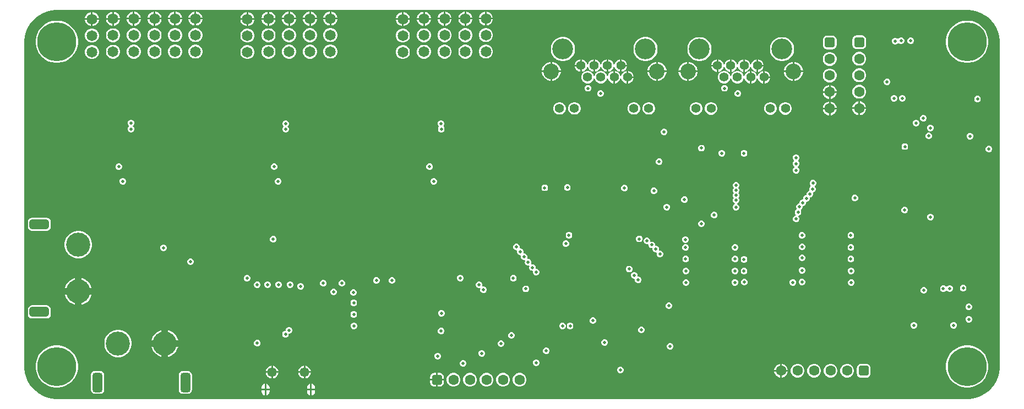
<source format=gbr>
G04*
G04 #@! TF.GenerationSoftware,Altium Limited,Altium Designer,22.4.2 (48)*
G04*
G04 Layer_Physical_Order=2*
G04 Layer_Color=3707366*
%FSLAX44Y44*%
%MOMM*%
G71*
G04*
G04 #@! TF.SameCoordinates,C02FB5F5-7DDD-4E4A-B98E-A3E591FA83C8*
G04*
G04*
G04 #@! TF.FilePolarity,Positive*
G04*
G01*
G75*
%ADD104C,1.4080*%
%ADD106C,2.4000*%
%ADD107C,3.2000*%
%ADD108C,1.6000*%
G04:AMPARAMS|DCode=109|XSize=1.6mm|YSize=1.6mm|CornerRadius=0.4mm|HoleSize=0mm|Usage=FLASHONLY|Rotation=180.000|XOffset=0mm|YOffset=0mm|HoleType=Round|Shape=RoundedRectangle|*
%AMROUNDEDRECTD109*
21,1,1.6000,0.8000,0,0,180.0*
21,1,0.8000,1.6000,0,0,180.0*
1,1,0.8000,-0.4000,0.4000*
1,1,0.8000,0.4000,0.4000*
1,1,0.8000,0.4000,-0.4000*
1,1,0.8000,-0.4000,-0.4000*
%
%ADD109ROUNDEDRECTD109*%
%ADD110C,1.4500*%
G04:AMPARAMS|DCode=111|XSize=1.6mm|YSize=1.6mm|CornerRadius=0.4mm|HoleSize=0mm|Usage=FLASHONLY|Rotation=270.000|XOffset=0mm|YOffset=0mm|HoleType=Round|Shape=RoundedRectangle|*
%AMROUNDEDRECTD111*
21,1,1.6000,0.8000,0,0,270.0*
21,1,0.8000,1.6000,0,0,270.0*
1,1,0.8000,-0.4000,-0.4000*
1,1,0.8000,-0.4000,0.4000*
1,1,0.8000,0.4000,0.4000*
1,1,0.8000,0.4000,-0.4000*
%
%ADD111ROUNDEDRECTD111*%
%ADD112C,3.7000*%
G04:AMPARAMS|DCode=113|XSize=1.5mm|YSize=3mm|CornerRadius=0.375mm|HoleSize=0mm|Usage=FLASHONLY|Rotation=90.000|XOffset=0mm|YOffset=0mm|HoleType=Round|Shape=RoundedRectangle|*
%AMROUNDEDRECTD113*
21,1,1.5000,2.2500,0,0,90.0*
21,1,0.7500,3.0000,0,0,90.0*
1,1,0.7500,1.1250,0.3750*
1,1,0.7500,1.1250,-0.3750*
1,1,0.7500,-1.1250,-0.3750*
1,1,0.7500,-1.1250,0.3750*
%
%ADD113ROUNDEDRECTD113*%
G04:AMPARAMS|DCode=114|XSize=1.5mm|YSize=3mm|CornerRadius=0.375mm|HoleSize=0mm|Usage=FLASHONLY|Rotation=180.000|XOffset=0mm|YOffset=0mm|HoleType=Round|Shape=RoundedRectangle|*
%AMROUNDEDRECTD114*
21,1,1.5000,2.2500,0,0,180.0*
21,1,0.7500,3.0000,0,0,180.0*
1,1,0.7500,-0.3750,1.1250*
1,1,0.7500,0.3750,1.1250*
1,1,0.7500,0.3750,-1.1250*
1,1,0.7500,-0.3750,-1.1250*
%
%ADD114ROUNDEDRECTD114*%
%ADD115C,6.0000*%
%ADD117C,1.6500*%
%ADD118C,0.5000*%
G36*
X1558969Y699130D02*
X1565427Y697399D01*
X1571604Y694841D01*
X1577394Y691498D01*
X1582698Y687428D01*
X1587426Y682700D01*
X1591496Y677396D01*
X1594838Y671606D01*
X1597397Y665429D01*
X1599127Y658971D01*
X1600000Y652343D01*
Y649000D01*
X1600000D01*
X1600000Y594000D01*
X1600000Y201250D01*
X1600000Y150500D01*
X1599967Y147178D01*
X1599041Y140599D01*
X1597269Y134196D01*
X1594682Y128077D01*
X1591322Y122345D01*
X1587247Y117097D01*
X1582527Y112422D01*
X1577239Y108399D01*
X1571474Y105096D01*
X1565330Y102568D01*
X1558910Y100859D01*
X1552322Y99998D01*
X1549000Y99998D01*
X1549000Y99998D01*
X1549000Y99998D01*
X151000Y99998D01*
X147657D01*
X141028Y100870D01*
X134571Y102601D01*
X128394Y105159D01*
X122604Y108502D01*
X117300Y112572D01*
X112572Y117300D01*
X108502Y122604D01*
X105159Y128394D01*
X102601Y134571D01*
X100870Y141028D01*
X99998Y147657D01*
Y151000D01*
X99998D01*
Y648997D01*
X100000Y649000D01*
Y652343D01*
X100873Y658971D01*
X102603Y665429D01*
X105162Y671606D01*
X108504Y677396D01*
X112575Y682700D01*
X117302Y687428D01*
X122606Y691498D01*
X128396Y694841D01*
X134573Y697399D01*
X141031Y699130D01*
X147660Y700002D01*
X151002D01*
X151005Y700000D01*
X152258Y700000D01*
X1548995D01*
X1548997Y700002D01*
X1552340D01*
X1558969Y699130D01*
D02*
G37*
%LPC*%
G36*
X811144Y697174D02*
X810994D01*
Y687654D01*
X820514D01*
Y687804D01*
X819779Y690549D01*
X818358Y693009D01*
X816349Y695018D01*
X813889Y696439D01*
X811144Y697174D01*
D02*
G37*
G36*
X808454D02*
X808304D01*
X805559Y696439D01*
X803099Y695018D01*
X801090Y693009D01*
X799669Y690549D01*
X798934Y687804D01*
Y687654D01*
X808454D01*
Y697174D01*
D02*
G37*
G36*
X572103D02*
X571952D01*
Y687654D01*
X581472D01*
Y687804D01*
X580737Y690549D01*
X579316Y693009D01*
X577307Y695018D01*
X574847Y696439D01*
X572103Y697174D01*
D02*
G37*
G36*
X569412D02*
X569262D01*
X566517Y696439D01*
X564057Y695018D01*
X562048Y693009D01*
X560627Y690549D01*
X559892Y687804D01*
Y687654D01*
X569412D01*
Y697174D01*
D02*
G37*
G36*
X333060D02*
X332910D01*
Y687654D01*
X342430D01*
Y687804D01*
X341695Y690549D01*
X340274Y693009D01*
X338265Y695018D01*
X335805Y696439D01*
X333060Y697174D01*
D02*
G37*
G36*
X330370D02*
X330219D01*
X327475Y696439D01*
X325015Y695018D01*
X323006Y693009D01*
X321585Y690549D01*
X320850Y687804D01*
Y687654D01*
X330370D01*
Y697174D01*
D02*
G37*
G36*
X364411Y697130D02*
X364260D01*
Y687610D01*
X373780D01*
Y687760D01*
X373045Y690505D01*
X371624Y692965D01*
X369615Y694974D01*
X367155Y696395D01*
X364411Y697130D01*
D02*
G37*
G36*
X361720D02*
X361570D01*
X358825Y696395D01*
X356365Y694974D01*
X354356Y692965D01*
X352935Y690505D01*
X352200Y687760D01*
Y687610D01*
X361720D01*
Y697130D01*
D02*
G37*
G36*
X779649Y696920D02*
X779498D01*
Y687400D01*
X789018D01*
Y687551D01*
X788283Y690295D01*
X786862Y692755D01*
X784853Y694764D01*
X782393Y696185D01*
X779649Y696920D01*
D02*
G37*
G36*
X776958D02*
X776807D01*
X774063Y696185D01*
X771603Y694764D01*
X769594Y692755D01*
X768173Y690295D01*
X767438Y687551D01*
Y687400D01*
X776958D01*
Y696920D01*
D02*
G37*
G36*
X747645D02*
X747494D01*
Y687400D01*
X757014D01*
Y687551D01*
X756279Y690295D01*
X754858Y692755D01*
X752849Y694764D01*
X750389Y696185D01*
X747645Y696920D01*
D02*
G37*
G36*
X744954D02*
X744803D01*
X742059Y696185D01*
X739599Y694764D01*
X737590Y692755D01*
X736169Y690295D01*
X735434Y687551D01*
Y687400D01*
X744954D01*
Y696920D01*
D02*
G37*
G36*
X540606D02*
X540456D01*
Y687400D01*
X549976D01*
Y687551D01*
X549241Y690295D01*
X547820Y692755D01*
X545811Y694764D01*
X543351Y696185D01*
X540606Y696920D01*
D02*
G37*
G36*
X537916D02*
X537766D01*
X535021Y696185D01*
X532561Y694764D01*
X530552Y692755D01*
X529131Y690295D01*
X528396Y687551D01*
Y687400D01*
X537916D01*
Y696920D01*
D02*
G37*
G36*
X508602D02*
X508452D01*
Y687400D01*
X517972D01*
Y687551D01*
X517237Y690295D01*
X515816Y692755D01*
X513807Y694764D01*
X511347Y696185D01*
X508602Y696920D01*
D02*
G37*
G36*
X505912D02*
X505761D01*
X503017Y696185D01*
X500557Y694764D01*
X498548Y692755D01*
X497127Y690295D01*
X496392Y687551D01*
Y687400D01*
X505912D01*
Y696920D01*
D02*
G37*
G36*
X301565D02*
X301414D01*
Y687400D01*
X310934D01*
Y687551D01*
X310199Y690295D01*
X308778Y692755D01*
X306769Y694764D01*
X304309Y696185D01*
X301565Y696920D01*
D02*
G37*
G36*
X298874D02*
X298724D01*
X295979Y696185D01*
X293519Y694764D01*
X291510Y692755D01*
X290089Y690295D01*
X289354Y687551D01*
Y687400D01*
X298874D01*
Y696920D01*
D02*
G37*
G36*
X269561D02*
X269410D01*
Y687400D01*
X278930D01*
Y687551D01*
X278195Y690295D01*
X276774Y692755D01*
X274765Y694764D01*
X272305Y696185D01*
X269561Y696920D01*
D02*
G37*
G36*
X266870D02*
X266719D01*
X263975Y696185D01*
X261515Y694764D01*
X259506Y692755D01*
X258085Y690295D01*
X257350Y687551D01*
Y687400D01*
X266870D01*
Y696920D01*
D02*
G37*
G36*
X715853Y696660D02*
X715702D01*
Y687140D01*
X725222D01*
Y687290D01*
X724487Y690035D01*
X723066Y692495D01*
X721057Y694504D01*
X718597Y695925D01*
X715853Y696660D01*
D02*
G37*
G36*
X713162D02*
X713011D01*
X710267Y695925D01*
X707807Y694504D01*
X705798Y692495D01*
X704377Y690035D01*
X703642Y687290D01*
Y687140D01*
X713162D01*
Y696660D01*
D02*
G37*
G36*
X476810D02*
X476660D01*
Y687140D01*
X486180D01*
Y687290D01*
X485445Y690035D01*
X484024Y692495D01*
X482015Y694504D01*
X479555Y695925D01*
X476810Y696660D01*
D02*
G37*
G36*
X474120D02*
X473969D01*
X471225Y695925D01*
X468765Y694504D01*
X466756Y692495D01*
X465335Y690035D01*
X464600Y687290D01*
Y687140D01*
X474120D01*
Y696660D01*
D02*
G37*
G36*
X237768D02*
X237618D01*
Y687140D01*
X247138D01*
Y687290D01*
X246403Y690035D01*
X244982Y692495D01*
X242973Y694504D01*
X240513Y695925D01*
X237768Y696660D01*
D02*
G37*
G36*
X235078D02*
X234928D01*
X232183Y695925D01*
X229723Y694504D01*
X227714Y692495D01*
X226293Y690035D01*
X225558Y687290D01*
Y687140D01*
X235078D01*
Y696660D01*
D02*
G37*
G36*
X683382Y696412D02*
X683232D01*
Y686892D01*
X692752D01*
Y687042D01*
X692017Y689787D01*
X690596Y692247D01*
X688587Y694256D01*
X686127Y695677D01*
X683382Y696412D01*
D02*
G37*
G36*
X680692D02*
X680542D01*
X677797Y695677D01*
X675337Y694256D01*
X673328Y692247D01*
X671907Y689787D01*
X671172Y687042D01*
Y686892D01*
X680692D01*
Y696412D01*
D02*
G37*
G36*
X444341D02*
X444190D01*
Y686892D01*
X453710D01*
Y687042D01*
X452975Y689787D01*
X451554Y692247D01*
X449545Y694256D01*
X447085Y695677D01*
X444341Y696412D01*
D02*
G37*
G36*
X441650D02*
X441499D01*
X438755Y695677D01*
X436295Y694256D01*
X434286Y692247D01*
X432865Y689787D01*
X432130Y687042D01*
Y686892D01*
X441650D01*
Y696412D01*
D02*
G37*
G36*
X205299D02*
X205148D01*
Y686892D01*
X214668D01*
Y687042D01*
X213933Y689787D01*
X212512Y692247D01*
X210503Y694256D01*
X208043Y695677D01*
X205299Y696412D01*
D02*
G37*
G36*
X202608D02*
X202458D01*
X199713Y695677D01*
X197253Y694256D01*
X195244Y692247D01*
X193823Y689787D01*
X193088Y687042D01*
Y686892D01*
X202608D01*
Y696412D01*
D02*
G37*
G36*
X820514Y685114D02*
X810994D01*
Y675594D01*
X811144D01*
X813889Y676329D01*
X816349Y677750D01*
X818358Y679759D01*
X819779Y682219D01*
X820514Y684963D01*
Y685114D01*
D02*
G37*
G36*
X808454D02*
X798934D01*
Y684963D01*
X799669Y682219D01*
X801090Y679759D01*
X803099Y677750D01*
X805559Y676329D01*
X808304Y675594D01*
X808454D01*
Y685114D01*
D02*
G37*
G36*
X581472D02*
X571952D01*
Y675594D01*
X572103D01*
X574847Y676329D01*
X577307Y677750D01*
X579316Y679759D01*
X580737Y682219D01*
X581472Y684963D01*
Y685114D01*
D02*
G37*
G36*
X569412D02*
X559892D01*
Y684963D01*
X560627Y682219D01*
X562048Y679759D01*
X564057Y677750D01*
X566517Y676329D01*
X569262Y675594D01*
X569412D01*
Y685114D01*
D02*
G37*
G36*
X342430D02*
X332910D01*
Y675594D01*
X333060D01*
X335805Y676329D01*
X338265Y677750D01*
X340274Y679759D01*
X341695Y682219D01*
X342430Y684963D01*
Y685114D01*
D02*
G37*
G36*
X330370D02*
X320850D01*
Y684963D01*
X321585Y682219D01*
X323006Y679759D01*
X325015Y677750D01*
X327475Y676329D01*
X330219Y675594D01*
X330370D01*
Y685114D01*
D02*
G37*
G36*
X373780Y685070D02*
X364260D01*
Y675550D01*
X364411D01*
X367155Y676285D01*
X369615Y677706D01*
X371624Y679715D01*
X373045Y682175D01*
X373780Y684920D01*
Y685070D01*
D02*
G37*
G36*
X361720D02*
X352200D01*
Y684920D01*
X352935Y682175D01*
X354356Y679715D01*
X356365Y677706D01*
X358825Y676285D01*
X361570Y675550D01*
X361720D01*
Y685070D01*
D02*
G37*
G36*
X789018Y684860D02*
X779498D01*
Y675340D01*
X779649D01*
X782393Y676075D01*
X784853Y677496D01*
X786862Y679505D01*
X788283Y681965D01*
X789018Y684709D01*
Y684860D01*
D02*
G37*
G36*
X776958D02*
X767438D01*
Y684709D01*
X768173Y681965D01*
X769594Y679505D01*
X771603Y677496D01*
X774063Y676075D01*
X776807Y675340D01*
X776958D01*
Y684860D01*
D02*
G37*
G36*
X757014D02*
X747494D01*
Y675340D01*
X747645D01*
X750389Y676075D01*
X752849Y677496D01*
X754858Y679505D01*
X756279Y681965D01*
X757014Y684709D01*
Y684860D01*
D02*
G37*
G36*
X744954D02*
X735434D01*
Y684709D01*
X736169Y681965D01*
X737590Y679505D01*
X739599Y677496D01*
X742059Y676075D01*
X744803Y675340D01*
X744954D01*
Y684860D01*
D02*
G37*
G36*
X549976D02*
X540456D01*
Y675340D01*
X540606D01*
X543351Y676075D01*
X545811Y677496D01*
X547820Y679505D01*
X549241Y681965D01*
X549976Y684709D01*
Y684860D01*
D02*
G37*
G36*
X537916D02*
X528396D01*
Y684709D01*
X529131Y681965D01*
X530552Y679505D01*
X532561Y677496D01*
X535021Y676075D01*
X537766Y675340D01*
X537916D01*
Y684860D01*
D02*
G37*
G36*
X517972D02*
X508452D01*
Y675340D01*
X508602D01*
X511347Y676075D01*
X513807Y677496D01*
X515816Y679505D01*
X517237Y681965D01*
X517972Y684709D01*
Y684860D01*
D02*
G37*
G36*
X505912D02*
X496392D01*
Y684709D01*
X497127Y681965D01*
X498548Y679505D01*
X500557Y677496D01*
X503017Y676075D01*
X505761Y675340D01*
X505912D01*
Y684860D01*
D02*
G37*
G36*
X310934D02*
X301414D01*
Y675340D01*
X301565D01*
X304309Y676075D01*
X306769Y677496D01*
X308778Y679505D01*
X310199Y681965D01*
X310934Y684709D01*
Y684860D01*
D02*
G37*
G36*
X298874D02*
X289354D01*
Y684709D01*
X290089Y681965D01*
X291510Y679505D01*
X293519Y677496D01*
X295979Y676075D01*
X298724Y675340D01*
X298874D01*
Y684860D01*
D02*
G37*
G36*
X278930D02*
X269410D01*
Y675340D01*
X269561D01*
X272305Y676075D01*
X274765Y677496D01*
X276774Y679505D01*
X278195Y681965D01*
X278930Y684709D01*
Y684860D01*
D02*
G37*
G36*
X266870D02*
X257350D01*
Y684709D01*
X258085Y681965D01*
X259506Y679505D01*
X261515Y677496D01*
X263975Y676075D01*
X266719Y675340D01*
X266870D01*
Y684860D01*
D02*
G37*
G36*
X725222Y684600D02*
X715702D01*
Y675080D01*
X715853D01*
X718597Y675815D01*
X721057Y677236D01*
X723066Y679245D01*
X724487Y681705D01*
X725222Y684449D01*
Y684600D01*
D02*
G37*
G36*
X713162D02*
X703642D01*
Y684449D01*
X704377Y681705D01*
X705798Y679245D01*
X707807Y677236D01*
X710267Y675815D01*
X713011Y675080D01*
X713162D01*
Y684600D01*
D02*
G37*
G36*
X486180D02*
X476660D01*
Y675080D01*
X476810D01*
X479555Y675815D01*
X482015Y677236D01*
X484024Y679245D01*
X485445Y681705D01*
X486180Y684449D01*
Y684600D01*
D02*
G37*
G36*
X474120D02*
X464600D01*
Y684449D01*
X465335Y681705D01*
X466756Y679245D01*
X468765Y677236D01*
X471225Y675815D01*
X473969Y675080D01*
X474120D01*
Y684600D01*
D02*
G37*
G36*
X247138D02*
X237618D01*
Y675080D01*
X237768D01*
X240513Y675815D01*
X242973Y677236D01*
X244982Y679245D01*
X246403Y681705D01*
X247138Y684449D01*
Y684600D01*
D02*
G37*
G36*
X235078D02*
X225558D01*
Y684449D01*
X226293Y681705D01*
X227714Y679245D01*
X229723Y677236D01*
X232183Y675815D01*
X234928Y675080D01*
X235078D01*
Y684600D01*
D02*
G37*
G36*
X692752Y684352D02*
X683232D01*
Y674832D01*
X683382D01*
X686127Y675567D01*
X688587Y676988D01*
X690596Y678997D01*
X692017Y681457D01*
X692752Y684201D01*
Y684352D01*
D02*
G37*
G36*
X680692D02*
X671172D01*
Y684201D01*
X671907Y681457D01*
X673328Y678997D01*
X675337Y676988D01*
X677797Y675567D01*
X680542Y674832D01*
X680692D01*
Y684352D01*
D02*
G37*
G36*
X453710D02*
X444190D01*
Y674832D01*
X444341D01*
X447085Y675567D01*
X449545Y676988D01*
X451554Y678997D01*
X452975Y681457D01*
X453710Y684201D01*
Y684352D01*
D02*
G37*
G36*
X441650D02*
X432130D01*
Y684201D01*
X432865Y681457D01*
X434286Y678997D01*
X436295Y676988D01*
X438755Y675567D01*
X441499Y674832D01*
X441650D01*
Y684352D01*
D02*
G37*
G36*
X214668D02*
X205148D01*
Y674832D01*
X205299D01*
X208043Y675567D01*
X210503Y676988D01*
X212512Y678997D01*
X213933Y681457D01*
X214668Y684201D01*
Y684352D01*
D02*
G37*
G36*
X202608D02*
X193088D01*
Y684201D01*
X193823Y681457D01*
X195244Y678997D01*
X197253Y676988D01*
X199713Y675567D01*
X202458Y674832D01*
X202608D01*
Y684352D01*
D02*
G37*
G36*
X1449252Y657040D02*
X1447247D01*
X1445395Y656273D01*
X1444455Y655332D01*
X1443889Y654891D01*
X1442799Y655329D01*
X1442105Y656023D01*
X1440253Y656790D01*
X1438248D01*
X1436395Y656023D01*
X1434977Y654605D01*
X1434210Y652753D01*
Y650748D01*
X1434977Y648895D01*
X1436395Y647477D01*
X1438248Y646710D01*
X1440253D01*
X1442105Y647477D01*
X1443045Y648418D01*
X1443611Y648859D01*
X1444701Y648421D01*
X1445395Y647727D01*
X1447247Y646960D01*
X1449252D01*
X1451105Y647727D01*
X1452523Y649145D01*
X1453290Y650997D01*
Y653002D01*
X1452523Y654855D01*
X1451105Y656273D01*
X1449252Y657040D01*
D02*
G37*
G36*
X811144Y671774D02*
X808304D01*
X805559Y671039D01*
X803099Y669618D01*
X801090Y667609D01*
X799669Y665149D01*
X798934Y662404D01*
Y659563D01*
X799669Y656819D01*
X801090Y654359D01*
X803099Y652350D01*
X805559Y650929D01*
X808304Y650194D01*
X811144D01*
X813889Y650929D01*
X816349Y652350D01*
X818358Y654359D01*
X819779Y656819D01*
X820514Y659563D01*
Y662404D01*
X819779Y665149D01*
X818358Y667609D01*
X816349Y669618D01*
X813889Y671039D01*
X811144Y671774D01*
D02*
G37*
G36*
X572103D02*
X569262D01*
X566517Y671039D01*
X564057Y669618D01*
X562048Y667609D01*
X560627Y665149D01*
X559892Y662404D01*
Y659563D01*
X560627Y656819D01*
X562048Y654359D01*
X564057Y652350D01*
X566517Y650929D01*
X569262Y650194D01*
X572103D01*
X574847Y650929D01*
X577307Y652350D01*
X579316Y654359D01*
X580737Y656819D01*
X581472Y659563D01*
Y662404D01*
X580737Y665149D01*
X579316Y667609D01*
X577307Y669618D01*
X574847Y671039D01*
X572103Y671774D01*
D02*
G37*
G36*
X333060D02*
X330219D01*
X327475Y671039D01*
X325015Y669618D01*
X323006Y667609D01*
X321585Y665149D01*
X320850Y662404D01*
Y659563D01*
X321585Y656819D01*
X323006Y654359D01*
X325015Y652350D01*
X327475Y650929D01*
X330219Y650194D01*
X333060D01*
X335805Y650929D01*
X338265Y652350D01*
X340274Y654359D01*
X341695Y656819D01*
X342430Y659563D01*
Y662404D01*
X341695Y665149D01*
X340274Y667609D01*
X338265Y669618D01*
X335805Y671039D01*
X333060Y671774D01*
D02*
G37*
G36*
X364411Y671730D02*
X361570D01*
X358825Y670995D01*
X356365Y669574D01*
X354356Y667565D01*
X352935Y665105D01*
X352200Y662361D01*
Y659520D01*
X352935Y656775D01*
X354356Y654315D01*
X356365Y652306D01*
X358825Y650885D01*
X361570Y650150D01*
X364411D01*
X367155Y650885D01*
X369615Y652306D01*
X371624Y654315D01*
X373045Y656775D01*
X373780Y659520D01*
Y662361D01*
X373045Y665105D01*
X371624Y667565D01*
X369615Y669574D01*
X367155Y670995D01*
X364411Y671730D01*
D02*
G37*
G36*
X779649Y671520D02*
X776807D01*
X774063Y670785D01*
X771603Y669364D01*
X769594Y667355D01*
X768173Y664895D01*
X767438Y662150D01*
Y659309D01*
X768173Y656565D01*
X769594Y654105D01*
X771603Y652096D01*
X774063Y650675D01*
X776807Y649940D01*
X779649D01*
X782393Y650675D01*
X784853Y652096D01*
X786862Y654105D01*
X788283Y656565D01*
X789018Y659309D01*
Y662150D01*
X788283Y664895D01*
X786862Y667355D01*
X784853Y669364D01*
X782393Y670785D01*
X779649Y671520D01*
D02*
G37*
G36*
X747645D02*
X744803D01*
X742059Y670785D01*
X739599Y669364D01*
X737590Y667355D01*
X736169Y664895D01*
X735434Y662150D01*
Y659309D01*
X736169Y656565D01*
X737590Y654105D01*
X739599Y652096D01*
X742059Y650675D01*
X744803Y649940D01*
X747645D01*
X750389Y650675D01*
X752849Y652096D01*
X754858Y654105D01*
X756279Y656565D01*
X757014Y659309D01*
Y662150D01*
X756279Y664895D01*
X754858Y667355D01*
X752849Y669364D01*
X750389Y670785D01*
X747645Y671520D01*
D02*
G37*
G36*
X540606D02*
X537766D01*
X535021Y670785D01*
X532561Y669364D01*
X530552Y667355D01*
X529131Y664895D01*
X528396Y662150D01*
Y659309D01*
X529131Y656565D01*
X530552Y654105D01*
X532561Y652096D01*
X535021Y650675D01*
X537766Y649940D01*
X540606D01*
X543351Y650675D01*
X545811Y652096D01*
X547820Y654105D01*
X549241Y656565D01*
X549976Y659309D01*
Y662150D01*
X549241Y664895D01*
X547820Y667355D01*
X545811Y669364D01*
X543351Y670785D01*
X540606Y671520D01*
D02*
G37*
G36*
X508602D02*
X505761D01*
X503017Y670785D01*
X500557Y669364D01*
X498548Y667355D01*
X497127Y664895D01*
X496392Y662150D01*
Y659309D01*
X497127Y656565D01*
X498548Y654105D01*
X500557Y652096D01*
X503017Y650675D01*
X505761Y649940D01*
X508602D01*
X511347Y650675D01*
X513807Y652096D01*
X515816Y654105D01*
X517237Y656565D01*
X517972Y659309D01*
Y662150D01*
X517237Y664895D01*
X515816Y667355D01*
X513807Y669364D01*
X511347Y670785D01*
X508602Y671520D01*
D02*
G37*
G36*
X301565D02*
X298724D01*
X295979Y670785D01*
X293519Y669364D01*
X291510Y667355D01*
X290089Y664895D01*
X289354Y662150D01*
Y659309D01*
X290089Y656565D01*
X291510Y654105D01*
X293519Y652096D01*
X295979Y650675D01*
X298724Y649940D01*
X301565D01*
X304309Y650675D01*
X306769Y652096D01*
X308778Y654105D01*
X310199Y656565D01*
X310934Y659309D01*
Y662150D01*
X310199Y664895D01*
X308778Y667355D01*
X306769Y669364D01*
X304309Y670785D01*
X301565Y671520D01*
D02*
G37*
G36*
X269561D02*
X266719D01*
X263975Y670785D01*
X261515Y669364D01*
X259506Y667355D01*
X258085Y664895D01*
X257350Y662150D01*
Y659309D01*
X258085Y656565D01*
X259506Y654105D01*
X261515Y652096D01*
X263975Y650675D01*
X266719Y649940D01*
X269561D01*
X272305Y650675D01*
X274765Y652096D01*
X276774Y654105D01*
X278195Y656565D01*
X278930Y659309D01*
Y662150D01*
X278195Y664895D01*
X276774Y667355D01*
X274765Y669364D01*
X272305Y670785D01*
X269561Y671520D01*
D02*
G37*
G36*
X715853Y671260D02*
X713011D01*
X710267Y670525D01*
X707807Y669104D01*
X705798Y667095D01*
X704377Y664635D01*
X703642Y661890D01*
Y659049D01*
X704377Y656305D01*
X705798Y653845D01*
X707807Y651836D01*
X710267Y650415D01*
X713011Y649680D01*
X715853D01*
X718597Y650415D01*
X721057Y651836D01*
X723066Y653845D01*
X724487Y656305D01*
X725222Y659049D01*
Y661890D01*
X724487Y664635D01*
X723066Y667095D01*
X721057Y669104D01*
X718597Y670525D01*
X715853Y671260D01*
D02*
G37*
G36*
X476810D02*
X473969D01*
X471225Y670525D01*
X468765Y669104D01*
X466756Y667095D01*
X465335Y664635D01*
X464600Y661890D01*
Y659049D01*
X465335Y656305D01*
X466756Y653845D01*
X468765Y651836D01*
X471225Y650415D01*
X473969Y649680D01*
X476810D01*
X479555Y650415D01*
X482015Y651836D01*
X484024Y653845D01*
X485445Y656305D01*
X486180Y659049D01*
Y661890D01*
X485445Y664635D01*
X484024Y667095D01*
X482015Y669104D01*
X479555Y670525D01*
X476810Y671260D01*
D02*
G37*
G36*
X237768D02*
X234928D01*
X232183Y670525D01*
X229723Y669104D01*
X227714Y667095D01*
X226293Y664635D01*
X225558Y661890D01*
Y659049D01*
X226293Y656305D01*
X227714Y653845D01*
X229723Y651836D01*
X232183Y650415D01*
X234928Y649680D01*
X237768D01*
X240513Y650415D01*
X242973Y651836D01*
X244982Y653845D01*
X246403Y656305D01*
X247138Y659049D01*
Y661890D01*
X246403Y664635D01*
X244982Y667095D01*
X242973Y669104D01*
X240513Y670525D01*
X237768Y671260D01*
D02*
G37*
G36*
X683382Y671012D02*
X680542D01*
X677797Y670277D01*
X675337Y668856D01*
X673328Y666847D01*
X671907Y664387D01*
X671172Y661643D01*
Y658801D01*
X671907Y656057D01*
X673328Y653597D01*
X675337Y651588D01*
X677797Y650167D01*
X680542Y649432D01*
X683382D01*
X686127Y650167D01*
X688587Y651588D01*
X690596Y653597D01*
X692017Y656057D01*
X692752Y658801D01*
Y661643D01*
X692017Y664387D01*
X690596Y666847D01*
X688587Y668856D01*
X686127Y670277D01*
X683382Y671012D01*
D02*
G37*
G36*
X444341D02*
X441499D01*
X438755Y670277D01*
X436295Y668856D01*
X434286Y666847D01*
X432865Y664387D01*
X432130Y661643D01*
Y658801D01*
X432865Y656057D01*
X434286Y653597D01*
X436295Y651588D01*
X438755Y650167D01*
X441499Y649432D01*
X444341D01*
X447085Y650167D01*
X449545Y651588D01*
X451554Y653597D01*
X452975Y656057D01*
X453710Y658801D01*
Y661643D01*
X452975Y664387D01*
X451554Y666847D01*
X449545Y668856D01*
X447085Y670277D01*
X444341Y671012D01*
D02*
G37*
G36*
X205299D02*
X202458D01*
X199713Y670277D01*
X197253Y668856D01*
X195244Y666847D01*
X193823Y664387D01*
X193088Y661643D01*
Y658801D01*
X193823Y656057D01*
X195244Y653597D01*
X197253Y651588D01*
X199713Y650167D01*
X202458Y649432D01*
X205299D01*
X208043Y650167D01*
X210503Y651588D01*
X212512Y653597D01*
X213933Y656057D01*
X214668Y658801D01*
Y661643D01*
X213933Y664387D01*
X212512Y666847D01*
X210503Y668856D01*
X208043Y670277D01*
X205299Y671012D01*
D02*
G37*
G36*
X1464003Y657040D02*
X1461998D01*
X1460145Y656273D01*
X1458727Y654855D01*
X1457960Y653002D01*
Y650997D01*
X1458727Y649145D01*
X1460145Y647727D01*
X1461998Y646960D01*
X1464003D01*
X1465855Y647727D01*
X1467273Y649145D01*
X1468040Y650997D01*
Y653002D01*
X1467273Y654855D01*
X1465855Y656273D01*
X1464003Y657040D01*
D02*
G37*
G36*
X1388000Y660396D02*
X1380000D01*
X1378293Y660172D01*
X1376702Y659513D01*
X1375336Y658464D01*
X1374287Y657098D01*
X1373628Y655507D01*
X1373404Y653800D01*
Y645800D01*
X1373628Y644093D01*
X1374287Y642502D01*
X1375336Y641136D01*
X1376702Y640087D01*
X1378293Y639428D01*
X1380000Y639204D01*
X1388000D01*
X1389707Y639428D01*
X1391298Y640087D01*
X1392664Y641136D01*
X1393713Y642502D01*
X1394372Y644093D01*
X1394596Y645800D01*
Y653800D01*
X1394372Y655507D01*
X1393713Y657098D01*
X1392664Y658464D01*
X1391298Y659513D01*
X1389707Y660172D01*
X1388000Y660396D01*
D02*
G37*
G36*
X1342500Y660146D02*
X1334500D01*
X1332793Y659922D01*
X1331202Y659263D01*
X1329836Y658214D01*
X1328787Y656848D01*
X1328128Y655257D01*
X1327904Y653550D01*
Y645550D01*
X1328128Y643843D01*
X1328787Y642252D01*
X1329836Y640886D01*
X1331202Y639837D01*
X1332793Y639178D01*
X1334500Y638954D01*
X1342500D01*
X1344207Y639178D01*
X1345798Y639837D01*
X1347164Y640886D01*
X1348213Y642252D01*
X1348872Y643843D01*
X1349096Y645550D01*
Y653550D01*
X1348872Y655257D01*
X1348213Y656848D01*
X1347164Y658214D01*
X1345798Y659263D01*
X1344207Y659922D01*
X1342500Y660146D01*
D02*
G37*
G36*
X811144Y646374D02*
X808304D01*
X805559Y645639D01*
X803099Y644218D01*
X801090Y642209D01*
X799669Y639749D01*
X798934Y637005D01*
Y634163D01*
X799669Y631419D01*
X801090Y628959D01*
X803099Y626950D01*
X805559Y625529D01*
X808304Y624794D01*
X811144D01*
X813889Y625529D01*
X816349Y626950D01*
X818358Y628959D01*
X819779Y631419D01*
X820514Y634163D01*
Y637005D01*
X819779Y639749D01*
X818358Y642209D01*
X816349Y644218D01*
X813889Y645639D01*
X811144Y646374D01*
D02*
G37*
G36*
X572103D02*
X569262D01*
X566517Y645639D01*
X564057Y644218D01*
X562048Y642209D01*
X560627Y639749D01*
X559892Y637005D01*
Y634163D01*
X560627Y631419D01*
X562048Y628959D01*
X564057Y626950D01*
X566517Y625529D01*
X569262Y624794D01*
X572103D01*
X574847Y625529D01*
X577307Y626950D01*
X579316Y628959D01*
X580737Y631419D01*
X581472Y634163D01*
Y637005D01*
X580737Y639749D01*
X579316Y642209D01*
X577307Y644218D01*
X574847Y645639D01*
X572103Y646374D01*
D02*
G37*
G36*
X333060D02*
X330219D01*
X327475Y645639D01*
X325015Y644218D01*
X323006Y642209D01*
X321585Y639749D01*
X320850Y637005D01*
Y634163D01*
X321585Y631419D01*
X323006Y628959D01*
X325015Y626950D01*
X327475Y625529D01*
X330219Y624794D01*
X333060D01*
X335805Y625529D01*
X338265Y626950D01*
X340274Y628959D01*
X341695Y631419D01*
X342430Y634163D01*
Y637005D01*
X341695Y639749D01*
X340274Y642209D01*
X338265Y644218D01*
X335805Y645639D01*
X333060Y646374D01*
D02*
G37*
G36*
X364411Y646330D02*
X361570D01*
X358825Y645595D01*
X356365Y644174D01*
X354356Y642165D01*
X352935Y639705D01*
X352200Y636960D01*
Y634119D01*
X352935Y631375D01*
X354356Y628915D01*
X356365Y626906D01*
X358825Y625485D01*
X361570Y624750D01*
X364411D01*
X367155Y625485D01*
X369615Y626906D01*
X371624Y628915D01*
X373045Y631375D01*
X373780Y634119D01*
Y636960D01*
X373045Y639705D01*
X371624Y642165D01*
X369615Y644174D01*
X367155Y645595D01*
X364411Y646330D01*
D02*
G37*
G36*
X779649Y646120D02*
X776807D01*
X774063Y645385D01*
X771603Y643964D01*
X769594Y641955D01*
X768173Y639495D01*
X767438Y636750D01*
Y633909D01*
X768173Y631165D01*
X769594Y628705D01*
X771603Y626696D01*
X774063Y625275D01*
X776807Y624540D01*
X779649D01*
X782393Y625275D01*
X784853Y626696D01*
X786862Y628705D01*
X788283Y631165D01*
X789018Y633909D01*
Y636750D01*
X788283Y639495D01*
X786862Y641955D01*
X784853Y643964D01*
X782393Y645385D01*
X779649Y646120D01*
D02*
G37*
G36*
X747645D02*
X744803D01*
X742059Y645385D01*
X739599Y643964D01*
X737590Y641955D01*
X736169Y639495D01*
X735434Y636750D01*
Y633909D01*
X736169Y631165D01*
X737590Y628705D01*
X739599Y626696D01*
X742059Y625275D01*
X744803Y624540D01*
X747645D01*
X750389Y625275D01*
X752849Y626696D01*
X754858Y628705D01*
X756279Y631165D01*
X757014Y633909D01*
Y636750D01*
X756279Y639495D01*
X754858Y641955D01*
X752849Y643964D01*
X750389Y645385D01*
X747645Y646120D01*
D02*
G37*
G36*
X540606D02*
X537766D01*
X535021Y645385D01*
X532561Y643964D01*
X530552Y641955D01*
X529131Y639495D01*
X528396Y636750D01*
Y633909D01*
X529131Y631165D01*
X530552Y628705D01*
X532561Y626696D01*
X535021Y625275D01*
X537766Y624540D01*
X540606D01*
X543351Y625275D01*
X545811Y626696D01*
X547820Y628705D01*
X549241Y631165D01*
X549976Y633909D01*
Y636750D01*
X549241Y639495D01*
X547820Y641955D01*
X545811Y643964D01*
X543351Y645385D01*
X540606Y646120D01*
D02*
G37*
G36*
X508602D02*
X505761D01*
X503017Y645385D01*
X500557Y643964D01*
X498548Y641955D01*
X497127Y639495D01*
X496392Y636750D01*
Y633909D01*
X497127Y631165D01*
X498548Y628705D01*
X500557Y626696D01*
X503017Y625275D01*
X505761Y624540D01*
X508602D01*
X511347Y625275D01*
X513807Y626696D01*
X515816Y628705D01*
X517237Y631165D01*
X517972Y633909D01*
Y636750D01*
X517237Y639495D01*
X515816Y641955D01*
X513807Y643964D01*
X511347Y645385D01*
X508602Y646120D01*
D02*
G37*
G36*
X301565D02*
X298724D01*
X295979Y645385D01*
X293519Y643964D01*
X291510Y641955D01*
X290089Y639495D01*
X289354Y636750D01*
Y633909D01*
X290089Y631165D01*
X291510Y628705D01*
X293519Y626696D01*
X295979Y625275D01*
X298724Y624540D01*
X301565D01*
X304309Y625275D01*
X306769Y626696D01*
X308778Y628705D01*
X310199Y631165D01*
X310934Y633909D01*
Y636750D01*
X310199Y639495D01*
X308778Y641955D01*
X306769Y643964D01*
X304309Y645385D01*
X301565Y646120D01*
D02*
G37*
G36*
X269561D02*
X266719D01*
X263975Y645385D01*
X261515Y643964D01*
X259506Y641955D01*
X258085Y639495D01*
X257350Y636750D01*
Y633909D01*
X258085Y631165D01*
X259506Y628705D01*
X261515Y626696D01*
X263975Y625275D01*
X266719Y624540D01*
X269561D01*
X272305Y625275D01*
X274765Y626696D01*
X276774Y628705D01*
X278195Y631165D01*
X278930Y633909D01*
Y636750D01*
X278195Y639495D01*
X276774Y641955D01*
X274765Y643964D01*
X272305Y645385D01*
X269561Y646120D01*
D02*
G37*
G36*
X715853Y645860D02*
X713011D01*
X710267Y645125D01*
X707807Y643704D01*
X705798Y641695D01*
X704377Y639235D01*
X703642Y636491D01*
Y633649D01*
X704377Y630905D01*
X705798Y628445D01*
X707807Y626436D01*
X710267Y625015D01*
X713011Y624280D01*
X715853D01*
X718597Y625015D01*
X721057Y626436D01*
X723066Y628445D01*
X724487Y630905D01*
X725222Y633649D01*
Y636491D01*
X724487Y639235D01*
X723066Y641695D01*
X721057Y643704D01*
X718597Y645125D01*
X715853Y645860D01*
D02*
G37*
G36*
X476810D02*
X473969D01*
X471225Y645125D01*
X468765Y643704D01*
X466756Y641695D01*
X465335Y639235D01*
X464600Y636491D01*
Y633649D01*
X465335Y630905D01*
X466756Y628445D01*
X468765Y626436D01*
X471225Y625015D01*
X473969Y624280D01*
X476810D01*
X479555Y625015D01*
X482015Y626436D01*
X484024Y628445D01*
X485445Y630905D01*
X486180Y633649D01*
Y636491D01*
X485445Y639235D01*
X484024Y641695D01*
X482015Y643704D01*
X479555Y645125D01*
X476810Y645860D01*
D02*
G37*
G36*
X237768D02*
X234928D01*
X232183Y645125D01*
X229723Y643704D01*
X227714Y641695D01*
X226293Y639235D01*
X225558Y636491D01*
Y633649D01*
X226293Y630905D01*
X227714Y628445D01*
X229723Y626436D01*
X232183Y625015D01*
X234928Y624280D01*
X237768D01*
X240513Y625015D01*
X242973Y626436D01*
X244982Y628445D01*
X246403Y630905D01*
X247138Y633649D01*
Y636491D01*
X246403Y639235D01*
X244982Y641695D01*
X242973Y643704D01*
X240513Y645125D01*
X237768Y645860D01*
D02*
G37*
G36*
X683382Y645612D02*
X680542D01*
X677797Y644877D01*
X675337Y643456D01*
X673328Y641447D01*
X671907Y638987D01*
X671172Y636242D01*
Y633401D01*
X671907Y630657D01*
X673328Y628197D01*
X675337Y626188D01*
X677797Y624767D01*
X680542Y624032D01*
X683382D01*
X686127Y624767D01*
X688587Y626188D01*
X690596Y628197D01*
X692017Y630657D01*
X692752Y633401D01*
Y636242D01*
X692017Y638987D01*
X690596Y641447D01*
X688587Y643456D01*
X686127Y644877D01*
X683382Y645612D01*
D02*
G37*
G36*
X444341D02*
X441499D01*
X438755Y644877D01*
X436295Y643456D01*
X434286Y641447D01*
X432865Y638987D01*
X432130Y636242D01*
Y633401D01*
X432865Y630657D01*
X434286Y628197D01*
X436295Y626188D01*
X438755Y624767D01*
X441499Y624032D01*
X444341D01*
X447085Y624767D01*
X449545Y626188D01*
X451554Y628197D01*
X452975Y630657D01*
X453710Y633401D01*
Y636242D01*
X452975Y638987D01*
X451554Y641447D01*
X449545Y643456D01*
X447085Y644877D01*
X444341Y645612D01*
D02*
G37*
G36*
X205299D02*
X202458D01*
X199713Y644877D01*
X197253Y643456D01*
X195244Y641447D01*
X193823Y638987D01*
X193088Y636242D01*
Y633401D01*
X193823Y630657D01*
X195244Y628197D01*
X197253Y626188D01*
X199713Y624767D01*
X202458Y624032D01*
X205299D01*
X208043Y624767D01*
X210503Y626188D01*
X212512Y628197D01*
X213933Y630657D01*
X214668Y633401D01*
Y636242D01*
X213933Y638987D01*
X212512Y641447D01*
X210503Y643456D01*
X208043Y644877D01*
X205299Y645612D01*
D02*
G37*
G36*
X1056996Y657940D02*
X1053344D01*
X1049762Y657227D01*
X1046388Y655830D01*
X1043351Y653801D01*
X1040769Y651219D01*
X1038740Y648182D01*
X1037343Y644808D01*
X1036630Y641226D01*
Y637574D01*
X1037343Y633992D01*
X1038740Y630618D01*
X1040769Y627581D01*
X1043351Y624999D01*
X1046388Y622970D01*
X1049762Y621572D01*
X1053344Y620860D01*
X1056996D01*
X1060578Y621572D01*
X1063952Y622970D01*
X1066989Y624999D01*
X1069571Y627581D01*
X1071600Y630618D01*
X1072998Y633992D01*
X1073710Y637574D01*
Y641226D01*
X1072998Y644808D01*
X1071600Y648182D01*
X1069571Y651219D01*
X1066989Y653801D01*
X1063952Y655830D01*
X1060578Y657227D01*
X1056996Y657940D01*
D02*
G37*
G36*
X929996D02*
X926344D01*
X922762Y657227D01*
X919388Y655830D01*
X916351Y653801D01*
X913769Y651219D01*
X911740Y648182D01*
X910342Y644808D01*
X909630Y641226D01*
Y637574D01*
X910342Y633992D01*
X911740Y630618D01*
X913769Y627581D01*
X916351Y624999D01*
X919388Y622970D01*
X922762Y621572D01*
X926344Y620860D01*
X929996D01*
X933578Y621572D01*
X936952Y622970D01*
X939989Y624999D01*
X942571Y627581D01*
X944600Y630618D01*
X945997Y633992D01*
X946710Y637574D01*
Y641226D01*
X945997Y644808D01*
X944600Y648182D01*
X942571Y651219D01*
X939989Y653801D01*
X936952Y655830D01*
X933578Y657227D01*
X929996Y657940D01*
D02*
G37*
G36*
X1266996Y657740D02*
X1263344D01*
X1259762Y657028D01*
X1256388Y655630D01*
X1253351Y653601D01*
X1250769Y651019D01*
X1248740Y647982D01*
X1247343Y644608D01*
X1246630Y641026D01*
Y637374D01*
X1247343Y633792D01*
X1248740Y630418D01*
X1250769Y627381D01*
X1253351Y624799D01*
X1256388Y622770D01*
X1259762Y621372D01*
X1263344Y620660D01*
X1266996D01*
X1270578Y621372D01*
X1273952Y622770D01*
X1276989Y624799D01*
X1279571Y627381D01*
X1281600Y630418D01*
X1282997Y633792D01*
X1283710Y637374D01*
Y641026D01*
X1282997Y644608D01*
X1281600Y647982D01*
X1279571Y651019D01*
X1276989Y653601D01*
X1273952Y655630D01*
X1270578Y657028D01*
X1266996Y657740D01*
D02*
G37*
G36*
X1139996D02*
X1136344D01*
X1132762Y657028D01*
X1129388Y655630D01*
X1126351Y653601D01*
X1123769Y651019D01*
X1121740Y647982D01*
X1120342Y644608D01*
X1119630Y641026D01*
Y637374D01*
X1120342Y633792D01*
X1121740Y630418D01*
X1123769Y627381D01*
X1126351Y624799D01*
X1129388Y622770D01*
X1132762Y621372D01*
X1136344Y620660D01*
X1139996D01*
X1143578Y621372D01*
X1146952Y622770D01*
X1149989Y624799D01*
X1152571Y627381D01*
X1154600Y630418D01*
X1155997Y633792D01*
X1156710Y637374D01*
Y641026D01*
X1155997Y644608D01*
X1154600Y647982D01*
X1152571Y651019D01*
X1149989Y653601D01*
X1146952Y655630D01*
X1143578Y657028D01*
X1139996Y657740D01*
D02*
G37*
G36*
X1552361Y683140D02*
X1547239D01*
X1542180Y682339D01*
X1537309Y680756D01*
X1532745Y678431D01*
X1528602Y675420D01*
X1524980Y671798D01*
X1521969Y667655D01*
X1519644Y663091D01*
X1518061Y658220D01*
X1517260Y653161D01*
Y648039D01*
X1518061Y642980D01*
X1519644Y638109D01*
X1521969Y633545D01*
X1524980Y629402D01*
X1528602Y625780D01*
X1532745Y622769D01*
X1537309Y620444D01*
X1542180Y618861D01*
X1547239Y618060D01*
X1552361D01*
X1557420Y618861D01*
X1562291Y620444D01*
X1566855Y622769D01*
X1570998Y625780D01*
X1574620Y629402D01*
X1577631Y633545D01*
X1579956Y638109D01*
X1581539Y642980D01*
X1582340Y648039D01*
Y653161D01*
X1581539Y658220D01*
X1579956Y663091D01*
X1577631Y667655D01*
X1574620Y671798D01*
X1570998Y675420D01*
X1566855Y678431D01*
X1562291Y680756D01*
X1557420Y682339D01*
X1552361Y683140D01*
D02*
G37*
G36*
X152361D02*
X147239D01*
X142180Y682339D01*
X137309Y680756D01*
X132745Y678431D01*
X128602Y675420D01*
X124980Y671798D01*
X121969Y667655D01*
X119644Y663091D01*
X118061Y658220D01*
X117260Y653161D01*
Y648039D01*
X118061Y642980D01*
X119644Y638109D01*
X121969Y633545D01*
X124980Y629402D01*
X128602Y625780D01*
X132745Y622769D01*
X137309Y620444D01*
X142180Y618861D01*
X147239Y618060D01*
X152361D01*
X157420Y618861D01*
X162291Y620444D01*
X166855Y622769D01*
X170998Y625780D01*
X174620Y629402D01*
X177631Y633545D01*
X179956Y638109D01*
X181539Y642980D01*
X182340Y648039D01*
Y653161D01*
X181539Y658220D01*
X179956Y663091D01*
X177631Y667655D01*
X174620Y671798D01*
X170998Y675420D01*
X166855Y678431D01*
X162291Y680756D01*
X157420Y682339D01*
X152361Y683140D01*
D02*
G37*
G36*
X1018440Y623578D02*
Y615270D01*
X1026748D01*
X1026097Y617698D01*
X1024836Y619882D01*
X1023052Y621666D01*
X1020868Y622927D01*
X1018440Y623578D01*
D02*
G37*
G36*
X954700D02*
X952272Y622927D01*
X950088Y621666D01*
X948304Y619882D01*
X947043Y617698D01*
X946392Y615270D01*
X954700D01*
Y623578D01*
D02*
G37*
G36*
X1228440Y623378D02*
Y615070D01*
X1236748D01*
X1236097Y617498D01*
X1234836Y619682D01*
X1233052Y621466D01*
X1230868Y622727D01*
X1228440Y623378D01*
D02*
G37*
G36*
X1164700D02*
X1162272Y622727D01*
X1160088Y621466D01*
X1158304Y619682D01*
X1157043Y617498D01*
X1156392Y615070D01*
X1164700D01*
Y623378D01*
D02*
G37*
G36*
X1205500D02*
X1203072Y622727D01*
X1200888Y621466D01*
X1199104Y619682D01*
X1197843Y617498D01*
X1197190Y615061D01*
X1195950D01*
X1195297Y617498D01*
X1194036Y619682D01*
X1192252Y621466D01*
X1190068Y622727D01*
X1187640Y623378D01*
Y613800D01*
Y604222D01*
X1190068Y604873D01*
X1192252Y606134D01*
X1194036Y607918D01*
X1195297Y610102D01*
X1195950Y612539D01*
X1197190D01*
X1197843Y610102D01*
X1199104Y607918D01*
X1200888Y606134D01*
X1203072Y604873D01*
X1205500Y604222D01*
Y613800D01*
Y623378D01*
D02*
G37*
G36*
X1185100Y623378D02*
X1182672Y622727D01*
X1180488Y621466D01*
X1178704Y619682D01*
X1177443Y617498D01*
X1176790Y615061D01*
X1175550D01*
X1174897Y617498D01*
X1173636Y619682D01*
X1171852Y621466D01*
X1169668Y622727D01*
X1167240Y623378D01*
Y613800D01*
Y604222D01*
X1169668Y604873D01*
X1171852Y606134D01*
X1173636Y607918D01*
X1174897Y610102D01*
X1175550Y612539D01*
X1176790D01*
X1177443Y610102D01*
X1178704Y607918D01*
X1180488Y606134D01*
X1182672Y604873D01*
X1185100Y604222D01*
Y613800D01*
Y623378D01*
D02*
G37*
G36*
X1385388Y634940D02*
X1382612D01*
X1379932Y634222D01*
X1377528Y632834D01*
X1375566Y630872D01*
X1374178Y628468D01*
X1373460Y625788D01*
Y623012D01*
X1374178Y620332D01*
X1375566Y617928D01*
X1377528Y615966D01*
X1379932Y614578D01*
X1382612Y613860D01*
X1385388D01*
X1388068Y614578D01*
X1390472Y615966D01*
X1392434Y617928D01*
X1393822Y620332D01*
X1394540Y623012D01*
Y625788D01*
X1393822Y628468D01*
X1392434Y630872D01*
X1390472Y632834D01*
X1388068Y634222D01*
X1385388Y634940D01*
D02*
G37*
G36*
X1339888Y634690D02*
X1337112D01*
X1334432Y633972D01*
X1332028Y632584D01*
X1330066Y630622D01*
X1328678Y628218D01*
X1327960Y625538D01*
Y622762D01*
X1328678Y620082D01*
X1330066Y617678D01*
X1332028Y615716D01*
X1334432Y614328D01*
X1337112Y613610D01*
X1339888D01*
X1342568Y614328D01*
X1344972Y615716D01*
X1346934Y617678D01*
X1348322Y620082D01*
X1349040Y622762D01*
Y625538D01*
X1348322Y628218D01*
X1346934Y630622D01*
X1344972Y632584D01*
X1342568Y633972D01*
X1339888Y634690D01*
D02*
G37*
G36*
X1074834Y619640D02*
X1074190D01*
Y606370D01*
X1087460D01*
Y607014D01*
X1086469Y610712D01*
X1084555Y614028D01*
X1081848Y616735D01*
X1078532Y618649D01*
X1074834Y619640D01*
D02*
G37*
G36*
X912334D02*
X911690D01*
Y606370D01*
X924960D01*
Y607014D01*
X923969Y610712D01*
X922055Y614028D01*
X919348Y616735D01*
X916032Y618649D01*
X912334Y619640D01*
D02*
G37*
G36*
X909150D02*
X908506D01*
X904808Y618649D01*
X901492Y616735D01*
X898785Y614028D01*
X896871Y610712D01*
X895880Y607014D01*
Y606370D01*
X909150D01*
Y619640D01*
D02*
G37*
G36*
X1071650D02*
X1071006D01*
X1067308Y618649D01*
X1063992Y616735D01*
X1061285Y614028D01*
X1059371Y610712D01*
X1058380Y607014D01*
Y606370D01*
X1071650D01*
Y619640D01*
D02*
G37*
G36*
X1284834Y619440D02*
X1284190D01*
Y606170D01*
X1297460D01*
Y606814D01*
X1296469Y610512D01*
X1294555Y613828D01*
X1291848Y616535D01*
X1288532Y618449D01*
X1284834Y619440D01*
D02*
G37*
G36*
X1122334D02*
X1121690D01*
Y606170D01*
X1134960D01*
Y606814D01*
X1133969Y610512D01*
X1132055Y613828D01*
X1129348Y616535D01*
X1126032Y618449D01*
X1122334Y619440D01*
D02*
G37*
G36*
X1119150D02*
X1118506D01*
X1114808Y618449D01*
X1111492Y616535D01*
X1108785Y613828D01*
X1106871Y610512D01*
X1105880Y606814D01*
Y606170D01*
X1119150D01*
Y619440D01*
D02*
G37*
G36*
X1281650D02*
X1281006D01*
X1277308Y618449D01*
X1273992Y616535D01*
X1271285Y613828D01*
X1269371Y610512D01*
X1268380Y606814D01*
Y606170D01*
X1281650D01*
Y619440D01*
D02*
G37*
G36*
X957240Y623578D02*
Y614000D01*
Y604422D01*
X959668Y605073D01*
X961852Y606334D01*
X963636Y608118D01*
X964897Y610302D01*
X965550Y612739D01*
X966790D01*
X967443Y610302D01*
X968704Y608118D01*
X970488Y606334D01*
X972672Y605073D01*
X975100Y604422D01*
Y614000D01*
Y623578D01*
X972672Y622927D01*
X970488Y621666D01*
X968704Y619882D01*
X967443Y617698D01*
X966790Y615261D01*
X965550D01*
X964897Y617698D01*
X963636Y619882D01*
X961852Y621666D01*
X959668Y622927D01*
X957240Y623578D01*
D02*
G37*
G36*
X998040Y623578D02*
Y614000D01*
Y604422D01*
X1000468Y605073D01*
X1002652Y606334D01*
X1004436Y608118D01*
X1005697Y610302D01*
X1006350Y612739D01*
X1007590D01*
X1008243Y610302D01*
X1009504Y608118D01*
X1011288Y606334D01*
X1013472Y605073D01*
X1015900Y604422D01*
Y614000D01*
Y623578D01*
X1013472Y622927D01*
X1011288Y621666D01*
X1009504Y619882D01*
X1008243Y617698D01*
X1007590Y615261D01*
X1006350D01*
X1005697Y617698D01*
X1004436Y619882D01*
X1002652Y621666D01*
X1000468Y622927D01*
X998040Y623578D01*
D02*
G37*
G36*
X954700Y612730D02*
X946392D01*
X947043Y610302D01*
X948304Y608118D01*
X950088Y606334D01*
X952272Y605073D01*
X954700Y604422D01*
Y612730D01*
D02*
G37*
G36*
X1026748D02*
X1018440D01*
Y604422D01*
X1020868Y605073D01*
X1023052Y606334D01*
X1024836Y608118D01*
X1026097Y610302D01*
X1026748Y612730D01*
D02*
G37*
G36*
X977640Y623578D02*
Y614000D01*
Y604422D01*
X980068Y605073D01*
X982252Y606334D01*
X984036Y608118D01*
X985297Y610302D01*
X985950Y612739D01*
X987190D01*
X987843Y610302D01*
X989104Y608118D01*
X990888Y606334D01*
X993072Y605073D01*
X995500Y604422D01*
Y614000D01*
Y623578D01*
X993072Y622927D01*
X990888Y621666D01*
X989104Y619882D01*
X987843Y617698D01*
X987190Y615261D01*
X985950D01*
X985297Y617698D01*
X984036Y619882D01*
X982252Y621666D01*
X980068Y622927D01*
X977640Y623578D01*
D02*
G37*
G36*
X1208040Y623378D02*
Y613800D01*
Y604222D01*
X1210468Y604873D01*
X1212652Y606134D01*
X1214436Y607918D01*
X1215697Y610102D01*
X1216350Y612539D01*
X1217590D01*
X1218243Y610102D01*
X1219504Y607918D01*
X1221288Y606134D01*
X1223472Y604873D01*
X1225900Y604222D01*
Y613800D01*
Y623378D01*
X1223472Y622727D01*
X1221288Y621466D01*
X1219504Y619682D01*
X1218243Y617498D01*
X1217590Y615061D01*
X1216350D01*
X1215697Y617498D01*
X1214436Y619682D01*
X1212652Y621466D01*
X1210468Y622727D01*
X1208040Y623378D01*
D02*
G37*
G36*
X1164700Y612530D02*
X1156392D01*
X1157043Y610102D01*
X1158304Y607918D01*
X1160088Y606134D01*
X1162272Y604873D01*
X1164700Y604222D01*
Y612530D01*
D02*
G37*
G36*
X1236748D02*
X1228440D01*
Y604222D01*
X1230868Y604873D01*
X1233052Y606134D01*
X1234836Y607918D01*
X1236097Y610102D01*
X1236748Y612530D01*
D02*
G37*
G36*
X1028640Y605778D02*
Y597470D01*
X1036948D01*
X1036297Y599898D01*
X1035036Y602082D01*
X1033252Y603866D01*
X1031068Y605127D01*
X1028640Y605778D01*
D02*
G37*
G36*
X1026100D02*
X1023672Y605127D01*
X1021488Y603866D01*
X1019704Y602082D01*
X1018443Y599898D01*
X1017790Y597461D01*
X1016550D01*
X1015897Y599898D01*
X1014636Y602082D01*
X1012852Y603866D01*
X1010668Y605127D01*
X1008240Y605778D01*
Y596200D01*
Y586622D01*
X1010668Y587273D01*
X1012852Y588534D01*
X1014636Y590318D01*
X1015897Y592502D01*
X1016550Y594939D01*
X1017790D01*
X1018443Y592502D01*
X1019704Y590318D01*
X1021488Y588534D01*
X1023672Y587273D01*
X1026100Y586622D01*
Y596200D01*
Y605778D01*
D02*
G37*
G36*
X987831Y605780D02*
X985309D01*
X982872Y605127D01*
X980688Y603866D01*
X978904Y602082D01*
X977643Y599898D01*
X976990Y597461D01*
X975750D01*
X975097Y599898D01*
X973836Y602082D01*
X972052Y603866D01*
X969868Y605127D01*
X967431Y605780D01*
X964909D01*
X962472Y605127D01*
X960288Y603866D01*
X958504Y602082D01*
X957243Y599898D01*
X956590Y597461D01*
Y594939D01*
X957243Y592502D01*
X958504Y590318D01*
X960288Y588534D01*
X962472Y587273D01*
X964909Y586620D01*
X967431D01*
X969868Y587273D01*
X972052Y588534D01*
X973836Y590318D01*
X975097Y592502D01*
X975750Y594939D01*
X976990D01*
X977643Y592502D01*
X978904Y590318D01*
X980688Y588534D01*
X982872Y587273D01*
X985309Y586620D01*
X987831D01*
X990268Y587273D01*
X992452Y588534D01*
X994236Y590318D01*
X995497Y592502D01*
X996150Y594939D01*
X997390D01*
X998043Y592502D01*
X999304Y590318D01*
X1001088Y588534D01*
X1003272Y587273D01*
X1005700Y586622D01*
Y596200D01*
Y605778D01*
X1003272Y605127D01*
X1001088Y603866D01*
X999304Y602082D01*
X998043Y599898D01*
X997390Y597461D01*
X996150D01*
X995497Y599898D01*
X994236Y602082D01*
X992452Y603866D01*
X990268Y605127D01*
X987831Y605780D01*
D02*
G37*
G36*
X1238640Y605578D02*
Y597270D01*
X1246948D01*
X1246297Y599698D01*
X1245036Y601882D01*
X1243252Y603666D01*
X1241068Y604927D01*
X1238640Y605578D01*
D02*
G37*
G36*
X1197831Y605580D02*
X1195309D01*
X1192872Y604927D01*
X1190688Y603666D01*
X1188904Y601882D01*
X1187643Y599698D01*
X1186990Y597261D01*
X1185750D01*
X1185097Y599698D01*
X1183836Y601882D01*
X1182052Y603666D01*
X1179868Y604927D01*
X1177431Y605580D01*
X1174909D01*
X1172472Y604927D01*
X1170288Y603666D01*
X1168504Y601882D01*
X1167243Y599698D01*
X1166590Y597261D01*
Y594739D01*
X1167243Y592302D01*
X1168504Y590118D01*
X1170288Y588334D01*
X1172472Y587073D01*
X1174909Y586420D01*
X1177431D01*
X1179868Y587073D01*
X1182052Y588334D01*
X1183836Y590118D01*
X1185097Y592302D01*
X1185750Y594739D01*
X1186990D01*
X1187643Y592302D01*
X1188904Y590118D01*
X1190688Y588334D01*
X1192872Y587073D01*
X1195309Y586420D01*
X1197831D01*
X1200268Y587073D01*
X1202452Y588334D01*
X1204236Y590118D01*
X1205497Y592302D01*
X1206150Y594739D01*
X1207390D01*
X1208043Y592302D01*
X1209304Y590118D01*
X1211088Y588334D01*
X1213272Y587073D01*
X1215700Y586422D01*
Y596000D01*
Y605578D01*
X1213272Y604927D01*
X1211088Y603666D01*
X1209304Y601882D01*
X1208043Y599698D01*
X1207390Y597261D01*
X1206150D01*
X1205497Y599698D01*
X1204236Y601882D01*
X1202452Y603666D01*
X1200268Y604927D01*
X1197831Y605580D01*
D02*
G37*
G36*
X1087460Y603830D02*
X1074190D01*
Y590560D01*
X1074834D01*
X1078532Y591551D01*
X1081848Y593465D01*
X1084555Y596172D01*
X1086469Y599488D01*
X1087460Y603186D01*
Y603830D01*
D02*
G37*
G36*
X1071650D02*
X1058380D01*
Y603186D01*
X1059371Y599488D01*
X1061285Y596172D01*
X1063992Y593465D01*
X1067308Y591551D01*
X1071006Y590560D01*
X1071650D01*
Y603830D01*
D02*
G37*
G36*
X924960D02*
X911690D01*
Y590560D01*
X912334D01*
X916032Y591551D01*
X919348Y593465D01*
X922055Y596172D01*
X923969Y599488D01*
X924960Y603186D01*
Y603830D01*
D02*
G37*
G36*
X909150D02*
X895880D01*
Y603186D01*
X896871Y599488D01*
X898785Y596172D01*
X901492Y593465D01*
X904808Y591551D01*
X908506Y590560D01*
X909150D01*
Y603830D01*
D02*
G37*
G36*
X1297460Y603630D02*
X1284190D01*
Y590360D01*
X1284834D01*
X1288532Y591351D01*
X1291848Y593265D01*
X1294555Y595972D01*
X1296469Y599288D01*
X1297460Y602986D01*
Y603630D01*
D02*
G37*
G36*
X1281650D02*
X1268380D01*
Y602986D01*
X1269371Y599288D01*
X1271285Y595972D01*
X1273992Y593265D01*
X1277308Y591351D01*
X1281006Y590360D01*
X1281650D01*
Y603630D01*
D02*
G37*
G36*
X1134960D02*
X1121690D01*
Y590360D01*
X1122334D01*
X1126032Y591351D01*
X1129348Y593265D01*
X1132055Y595972D01*
X1133969Y599288D01*
X1134960Y602986D01*
Y603630D01*
D02*
G37*
G36*
X1119150D02*
X1105880D01*
Y602986D01*
X1106871Y599288D01*
X1108785Y595972D01*
X1111492Y593265D01*
X1114808Y591351D01*
X1118506Y590360D01*
X1119150D01*
Y603630D01*
D02*
G37*
G36*
X1385388Y609540D02*
X1382612D01*
X1379932Y608822D01*
X1377528Y607434D01*
X1375566Y605472D01*
X1374178Y603068D01*
X1373460Y600388D01*
Y597612D01*
X1374178Y594932D01*
X1375566Y592528D01*
X1377528Y590566D01*
X1379932Y589178D01*
X1382612Y588460D01*
X1385388D01*
X1388068Y589178D01*
X1390472Y590566D01*
X1392434Y592528D01*
X1393822Y594932D01*
X1394540Y597612D01*
Y600388D01*
X1393822Y603068D01*
X1392434Y605472D01*
X1390472Y607434D01*
X1388068Y608822D01*
X1385388Y609540D01*
D02*
G37*
G36*
X1339888Y609290D02*
X1337112D01*
X1334432Y608572D01*
X1332028Y607184D01*
X1330066Y605222D01*
X1328678Y602818D01*
X1327960Y600138D01*
Y597362D01*
X1328678Y594682D01*
X1330066Y592278D01*
X1332028Y590316D01*
X1334432Y588928D01*
X1337112Y588210D01*
X1339888D01*
X1342568Y588928D01*
X1344972Y590316D01*
X1346934Y592278D01*
X1348322Y594682D01*
X1349040Y597362D01*
Y600138D01*
X1348322Y602818D01*
X1346934Y605222D01*
X1344972Y607184D01*
X1342568Y608572D01*
X1339888Y609290D01*
D02*
G37*
G36*
X1036948Y594930D02*
X1028640D01*
Y586622D01*
X1031068Y587273D01*
X1033252Y588534D01*
X1035036Y590318D01*
X1036297Y592502D01*
X1036948Y594930D01*
D02*
G37*
G36*
X1246948Y594730D02*
X1238640D01*
Y586422D01*
X1241068Y587073D01*
X1243252Y588334D01*
X1245036Y590118D01*
X1246297Y592302D01*
X1246948Y594730D01*
D02*
G37*
G36*
X1218240Y605578D02*
Y596000D01*
Y586422D01*
X1220668Y587073D01*
X1222852Y588334D01*
X1224636Y590118D01*
X1225897Y592302D01*
X1226550Y594739D01*
X1227790D01*
X1228443Y592302D01*
X1229704Y590118D01*
X1231488Y588334D01*
X1233672Y587073D01*
X1236100Y586422D01*
Y596000D01*
Y605578D01*
X1233672Y604927D01*
X1231488Y603666D01*
X1229704Y601882D01*
X1228443Y599698D01*
X1227790Y597261D01*
X1226550D01*
X1225897Y599698D01*
X1224636Y601882D01*
X1222852Y603666D01*
X1220668Y604927D01*
X1218240Y605578D01*
D02*
G37*
G36*
X1427753Y593790D02*
X1425748D01*
X1423895Y593023D01*
X1422477Y591605D01*
X1421710Y589753D01*
Y587747D01*
X1422477Y585895D01*
X1423895Y584477D01*
X1425748Y583710D01*
X1427753D01*
X1429605Y584477D01*
X1431023Y585895D01*
X1431790Y587747D01*
Y589753D01*
X1431023Y591605D01*
X1429605Y593023D01*
X1427753Y593790D01*
D02*
G37*
G36*
X1339888Y583890D02*
X1339770D01*
Y574620D01*
X1349040D01*
Y574738D01*
X1348322Y577418D01*
X1346934Y579822D01*
X1344972Y581784D01*
X1342568Y583172D01*
X1339888Y583890D01*
D02*
G37*
G36*
X1337230D02*
X1337112D01*
X1334432Y583172D01*
X1332028Y581784D01*
X1330066Y579822D01*
X1328678Y577418D01*
X1327960Y574738D01*
Y574620D01*
X1337230D01*
Y583890D01*
D02*
G37*
G36*
X1177753Y584040D02*
X1175748D01*
X1173895Y583273D01*
X1172477Y581855D01*
X1171710Y580003D01*
Y577998D01*
X1172477Y576145D01*
X1173895Y574727D01*
X1175748Y573960D01*
X1177753D01*
X1179605Y574727D01*
X1181023Y576145D01*
X1181790Y577998D01*
Y580003D01*
X1181023Y581855D01*
X1179605Y583273D01*
X1177753Y584040D01*
D02*
G37*
G36*
X967753D02*
X965748D01*
X963895Y583273D01*
X962477Y581855D01*
X961710Y580003D01*
Y577998D01*
X962477Y576145D01*
X963895Y574727D01*
X965748Y573960D01*
X967753D01*
X969605Y574727D01*
X971023Y576145D01*
X971790Y577998D01*
Y580003D01*
X971023Y581855D01*
X969605Y583273D01*
X967753Y584040D01*
D02*
G37*
G36*
X1198252Y575790D02*
X1196247D01*
X1194395Y575023D01*
X1192977Y573605D01*
X1192210Y571753D01*
Y569748D01*
X1192977Y567895D01*
X1194395Y566477D01*
X1196247Y565710D01*
X1198252D01*
X1200105Y566477D01*
X1201523Y567895D01*
X1202290Y569748D01*
Y571753D01*
X1201523Y573605D01*
X1200105Y575023D01*
X1198252Y575790D01*
D02*
G37*
G36*
X987002D02*
X984997D01*
X983145Y575023D01*
X981727Y573605D01*
X980960Y571753D01*
Y569748D01*
X981727Y567895D01*
X983145Y566477D01*
X984997Y565710D01*
X987002D01*
X988855Y566477D01*
X990273Y567895D01*
X991040Y569748D01*
Y571753D01*
X990273Y573605D01*
X988855Y575023D01*
X987002Y575790D01*
D02*
G37*
G36*
X1385388Y584140D02*
X1382612D01*
X1379932Y583422D01*
X1377528Y582034D01*
X1375566Y580072D01*
X1374178Y577668D01*
X1373460Y574988D01*
Y572212D01*
X1374178Y569532D01*
X1375566Y567128D01*
X1377528Y565166D01*
X1379932Y563778D01*
X1382612Y563060D01*
X1385388D01*
X1388068Y563778D01*
X1390472Y565166D01*
X1392434Y567128D01*
X1393822Y569532D01*
X1394540Y572212D01*
Y574988D01*
X1393822Y577668D01*
X1392434Y580072D01*
X1390472Y582034D01*
X1388068Y583422D01*
X1385388Y584140D01*
D02*
G37*
G36*
X1349040Y572080D02*
X1339770D01*
Y562810D01*
X1339888D01*
X1342568Y563528D01*
X1344972Y564916D01*
X1346934Y566878D01*
X1348322Y569282D01*
X1349040Y571962D01*
Y572080D01*
D02*
G37*
G36*
X1337230D02*
X1327960D01*
Y571962D01*
X1328678Y569282D01*
X1330066Y566878D01*
X1332028Y564916D01*
X1334432Y563528D01*
X1337112Y562810D01*
X1337230D01*
Y572080D01*
D02*
G37*
G36*
X1451252Y568540D02*
X1449247D01*
X1447395Y567773D01*
X1445977Y566355D01*
X1445210Y564502D01*
Y562497D01*
X1445977Y560645D01*
X1447395Y559227D01*
X1449247Y558460D01*
X1451252D01*
X1453105Y559227D01*
X1454523Y560645D01*
X1455290Y562497D01*
Y564502D01*
X1454523Y566355D01*
X1453105Y567773D01*
X1451252Y568540D01*
D02*
G37*
G36*
X1438253D02*
X1436248D01*
X1434395Y567773D01*
X1432977Y566355D01*
X1432210Y564502D01*
Y562497D01*
X1432977Y560645D01*
X1434395Y559227D01*
X1436248Y558460D01*
X1438253D01*
X1440105Y559227D01*
X1441523Y560645D01*
X1442290Y562497D01*
Y564502D01*
X1441523Y566355D01*
X1440105Y567773D01*
X1438253Y568540D01*
D02*
G37*
G36*
X1566752Y567290D02*
X1564747D01*
X1562895Y566523D01*
X1561477Y565105D01*
X1560710Y563252D01*
Y561247D01*
X1561477Y559395D01*
X1562895Y557977D01*
X1564747Y557210D01*
X1566752D01*
X1568605Y557977D01*
X1570023Y559395D01*
X1570790Y561247D01*
Y563252D01*
X1570023Y565105D01*
X1568605Y566523D01*
X1566752Y567290D01*
D02*
G37*
G36*
X1385388Y558740D02*
X1385270D01*
Y549470D01*
X1394540D01*
Y549588D01*
X1393822Y552268D01*
X1392434Y554672D01*
X1390472Y556634D01*
X1388068Y558022D01*
X1385388Y558740D01*
D02*
G37*
G36*
X1382730D02*
X1382612D01*
X1379932Y558022D01*
X1377528Y556634D01*
X1375566Y554672D01*
X1374178Y552268D01*
X1373460Y549588D01*
Y549470D01*
X1382730D01*
Y558740D01*
D02*
G37*
G36*
X1339888Y558490D02*
X1339770D01*
Y549220D01*
X1349040D01*
Y549338D01*
X1348322Y552018D01*
X1346934Y554422D01*
X1344972Y556384D01*
X1342568Y557772D01*
X1339888Y558490D01*
D02*
G37*
G36*
X1337230D02*
X1337112D01*
X1334432Y557772D01*
X1332028Y556384D01*
X1330066Y554422D01*
X1328678Y552018D01*
X1327960Y549338D01*
Y549220D01*
X1337230D01*
Y558490D01*
D02*
G37*
G36*
X1061531Y557580D02*
X1059009D01*
X1056572Y556927D01*
X1054388Y555666D01*
X1052604Y553882D01*
X1051343Y551698D01*
X1050690Y549261D01*
Y546739D01*
X1051343Y544302D01*
X1052604Y542118D01*
X1054388Y540334D01*
X1056572Y539073D01*
X1059009Y538420D01*
X1061531D01*
X1063968Y539073D01*
X1066152Y540334D01*
X1067936Y542118D01*
X1069197Y544302D01*
X1069850Y546739D01*
Y549261D01*
X1069197Y551698D01*
X1067936Y553882D01*
X1066152Y555666D01*
X1063968Y556927D01*
X1061531Y557580D01*
D02*
G37*
G36*
X1038631D02*
X1036109D01*
X1033672Y556927D01*
X1031488Y555666D01*
X1029704Y553882D01*
X1028443Y551698D01*
X1027790Y549261D01*
Y546739D01*
X1028443Y544302D01*
X1029704Y542118D01*
X1031488Y540334D01*
X1033672Y539073D01*
X1036109Y538420D01*
X1038631D01*
X1041068Y539073D01*
X1043252Y540334D01*
X1045036Y542118D01*
X1046297Y544302D01*
X1046950Y546739D01*
Y549261D01*
X1046297Y551698D01*
X1045036Y553882D01*
X1043252Y555666D01*
X1041068Y556927D01*
X1038631Y557580D01*
D02*
G37*
G36*
X947231D02*
X944709D01*
X942272Y556927D01*
X940088Y555666D01*
X938304Y553882D01*
X937043Y551698D01*
X936390Y549261D01*
Y546739D01*
X937043Y544302D01*
X938304Y542118D01*
X940088Y540334D01*
X942272Y539073D01*
X944709Y538420D01*
X947231D01*
X949668Y539073D01*
X951852Y540334D01*
X953636Y542118D01*
X954897Y544302D01*
X955550Y546739D01*
Y549261D01*
X954897Y551698D01*
X953636Y553882D01*
X951852Y555666D01*
X949668Y556927D01*
X947231Y557580D01*
D02*
G37*
G36*
X924331D02*
X921809D01*
X919372Y556927D01*
X917188Y555666D01*
X915404Y553882D01*
X914143Y551698D01*
X913490Y549261D01*
Y546739D01*
X914143Y544302D01*
X915404Y542118D01*
X917188Y540334D01*
X919372Y539073D01*
X921809Y538420D01*
X924331D01*
X926768Y539073D01*
X928952Y540334D01*
X930736Y542118D01*
X931997Y544302D01*
X932650Y546739D01*
Y549261D01*
X931997Y551698D01*
X930736Y553882D01*
X928952Y555666D01*
X926768Y556927D01*
X924331Y557580D01*
D02*
G37*
G36*
X1271531Y557380D02*
X1269009D01*
X1266572Y556727D01*
X1264388Y555466D01*
X1262604Y553682D01*
X1261343Y551498D01*
X1260690Y549061D01*
Y546539D01*
X1261343Y544102D01*
X1262604Y541918D01*
X1264388Y540134D01*
X1266572Y538873D01*
X1269009Y538220D01*
X1271531D01*
X1273968Y538873D01*
X1276152Y540134D01*
X1277936Y541918D01*
X1279197Y544102D01*
X1279850Y546539D01*
Y549061D01*
X1279197Y551498D01*
X1277936Y553682D01*
X1276152Y555466D01*
X1273968Y556727D01*
X1271531Y557380D01*
D02*
G37*
G36*
X1248631D02*
X1246109D01*
X1243672Y556727D01*
X1241488Y555466D01*
X1239704Y553682D01*
X1238443Y551498D01*
X1237790Y549061D01*
Y546539D01*
X1238443Y544102D01*
X1239704Y541918D01*
X1241488Y540134D01*
X1243672Y538873D01*
X1246109Y538220D01*
X1248631D01*
X1251068Y538873D01*
X1253252Y540134D01*
X1255036Y541918D01*
X1256297Y544102D01*
X1256950Y546539D01*
Y549061D01*
X1256297Y551498D01*
X1255036Y553682D01*
X1253252Y555466D01*
X1251068Y556727D01*
X1248631Y557380D01*
D02*
G37*
G36*
X1157231D02*
X1154709D01*
X1152272Y556727D01*
X1150088Y555466D01*
X1148304Y553682D01*
X1147043Y551498D01*
X1146390Y549061D01*
Y546539D01*
X1147043Y544102D01*
X1148304Y541918D01*
X1150088Y540134D01*
X1152272Y538873D01*
X1154709Y538220D01*
X1157231D01*
X1159668Y538873D01*
X1161852Y540134D01*
X1163636Y541918D01*
X1164897Y544102D01*
X1165550Y546539D01*
Y549061D01*
X1164897Y551498D01*
X1163636Y553682D01*
X1161852Y555466D01*
X1159668Y556727D01*
X1157231Y557380D01*
D02*
G37*
G36*
X1134331D02*
X1131809D01*
X1129372Y556727D01*
X1127188Y555466D01*
X1125404Y553682D01*
X1124143Y551498D01*
X1123490Y549061D01*
Y546539D01*
X1124143Y544102D01*
X1125404Y541918D01*
X1127188Y540134D01*
X1129372Y538873D01*
X1131809Y538220D01*
X1134331D01*
X1136768Y538873D01*
X1138952Y540134D01*
X1140736Y541918D01*
X1141997Y544102D01*
X1142650Y546539D01*
Y549061D01*
X1141997Y551498D01*
X1140736Y553682D01*
X1138952Y555466D01*
X1136768Y556727D01*
X1134331Y557380D01*
D02*
G37*
G36*
X1394540Y546930D02*
X1385270D01*
Y537660D01*
X1385388D01*
X1388068Y538378D01*
X1390472Y539766D01*
X1392434Y541728D01*
X1393822Y544132D01*
X1394540Y546812D01*
Y546930D01*
D02*
G37*
G36*
X1382730D02*
X1373460D01*
Y546812D01*
X1374178Y544132D01*
X1375566Y541728D01*
X1377528Y539766D01*
X1379932Y538378D01*
X1382612Y537660D01*
X1382730D01*
Y546930D01*
D02*
G37*
G36*
X1349040Y546680D02*
X1339770D01*
Y537410D01*
X1339888D01*
X1342568Y538128D01*
X1344972Y539516D01*
X1346934Y541478D01*
X1348322Y543882D01*
X1349040Y546562D01*
Y546680D01*
D02*
G37*
G36*
X1337230D02*
X1327960D01*
Y546562D01*
X1328678Y543882D01*
X1330066Y541478D01*
X1332028Y539516D01*
X1334432Y538128D01*
X1337112Y537410D01*
X1337230D01*
Y546680D01*
D02*
G37*
G36*
X1483503Y537790D02*
X1481497D01*
X1479645Y537023D01*
X1478227Y535605D01*
X1477460Y533753D01*
Y531748D01*
X1478227Y529895D01*
X1479645Y528477D01*
X1481497Y527710D01*
X1483503D01*
X1485355Y528477D01*
X1486773Y529895D01*
X1487540Y531748D01*
Y533753D01*
X1486773Y535605D01*
X1485355Y537023D01*
X1483503Y537790D01*
D02*
G37*
G36*
X1472253Y530540D02*
X1470247D01*
X1468395Y529773D01*
X1466977Y528355D01*
X1466210Y526502D01*
Y524497D01*
X1466977Y522645D01*
X1468395Y521227D01*
X1470247Y520460D01*
X1472253D01*
X1474105Y521227D01*
X1475523Y522645D01*
X1476290Y524497D01*
Y526502D01*
X1475523Y528355D01*
X1474105Y529773D01*
X1472253Y530540D01*
D02*
G37*
G36*
X1494003Y523040D02*
X1491998D01*
X1490145Y522273D01*
X1488727Y520855D01*
X1487960Y519002D01*
Y516997D01*
X1488727Y515145D01*
X1490145Y513727D01*
X1491998Y512960D01*
X1494003D01*
X1495855Y513727D01*
X1497273Y515145D01*
X1498040Y516997D01*
Y519002D01*
X1497273Y520855D01*
X1495855Y522273D01*
X1494003Y523040D01*
D02*
G37*
G36*
X264773Y530639D02*
X262768D01*
X260916Y529871D01*
X259498Y528454D01*
X258731Y526601D01*
Y524596D01*
X259498Y522744D01*
X260602Y521639D01*
X260870Y521088D01*
X260674Y520051D01*
X259727Y519105D01*
X258960Y517253D01*
Y515247D01*
X259727Y513395D01*
X261145Y511977D01*
X262997Y511210D01*
X265002D01*
X266855Y511977D01*
X268273Y513395D01*
X269040Y515247D01*
Y517253D01*
X268273Y519105D01*
X267168Y520209D01*
X266900Y520761D01*
X267097Y521797D01*
X268043Y522744D01*
X268811Y524596D01*
Y526601D01*
X268043Y528454D01*
X266625Y529871D01*
X264773Y530639D01*
D02*
G37*
G36*
X741882Y529628D02*
X739877D01*
X738025Y528861D01*
X736607Y527443D01*
X735840Y525591D01*
Y523586D01*
X736607Y521733D01*
X737229Y521111D01*
X737272Y519357D01*
X736857Y518943D01*
X736090Y517090D01*
Y515085D01*
X736857Y513233D01*
X738275Y511815D01*
X740127Y511048D01*
X742132D01*
X743985Y511815D01*
X745403Y513233D01*
X746170Y515085D01*
Y517090D01*
X745403Y518943D01*
X744781Y519565D01*
X744738Y521319D01*
X745153Y521733D01*
X745920Y523586D01*
Y525591D01*
X745153Y527443D01*
X743735Y528861D01*
X741882Y529628D01*
D02*
G37*
G36*
X502752Y529540D02*
X500747D01*
X498895Y528773D01*
X497477Y527355D01*
X496710Y525503D01*
Y523498D01*
X497477Y521645D01*
X498895Y520227D01*
X498929Y520057D01*
X497727Y518855D01*
X496960Y517002D01*
Y514997D01*
X497727Y513145D01*
X499145Y511727D01*
X500998Y510960D01*
X503003D01*
X504855Y511727D01*
X506273Y513145D01*
X507040Y514997D01*
Y517002D01*
X506273Y518855D01*
X504855Y520273D01*
X504821Y520443D01*
X506023Y521645D01*
X506790Y523498D01*
Y525503D01*
X506023Y527355D01*
X504605Y528773D01*
X502752Y529540D01*
D02*
G37*
G36*
X1084753Y516790D02*
X1082747D01*
X1080895Y516023D01*
X1079477Y514605D01*
X1078710Y512752D01*
Y510747D01*
X1079477Y508895D01*
X1080895Y507477D01*
X1082747Y506710D01*
X1084753D01*
X1086605Y507477D01*
X1088023Y508895D01*
X1088790Y510747D01*
Y512752D01*
X1088023Y514605D01*
X1086605Y516023D01*
X1084753Y516790D01*
D02*
G37*
G36*
X1491752Y510540D02*
X1489747D01*
X1487895Y509773D01*
X1486477Y508355D01*
X1485710Y506502D01*
Y504497D01*
X1486477Y502645D01*
X1487895Y501227D01*
X1489747Y500460D01*
X1491752D01*
X1493605Y501227D01*
X1495023Y502645D01*
X1495790Y504497D01*
Y506502D01*
X1495023Y508355D01*
X1493605Y509773D01*
X1491752Y510540D01*
D02*
G37*
G36*
X1555002Y510290D02*
X1552997D01*
X1551145Y509523D01*
X1549727Y508105D01*
X1548960Y506253D01*
Y504248D01*
X1549727Y502395D01*
X1551145Y500977D01*
X1552997Y500210D01*
X1555002D01*
X1556855Y500977D01*
X1558273Y502395D01*
X1559040Y504248D01*
Y506253D01*
X1558273Y508105D01*
X1556855Y509523D01*
X1555002Y510290D01*
D02*
G37*
G36*
X1455002Y494290D02*
X1452997D01*
X1451145Y493523D01*
X1449727Y492105D01*
X1448960Y490252D01*
Y488247D01*
X1449727Y486395D01*
X1451145Y484977D01*
X1452997Y484210D01*
X1455002D01*
X1456855Y484977D01*
X1458273Y486395D01*
X1459040Y488247D01*
Y490252D01*
X1458273Y492105D01*
X1456855Y493523D01*
X1455002Y494290D01*
D02*
G37*
G36*
X1142503Y491790D02*
X1140498D01*
X1138645Y491023D01*
X1137227Y489605D01*
X1136460Y487752D01*
Y485747D01*
X1137227Y483895D01*
X1138645Y482477D01*
X1140498Y481710D01*
X1142503D01*
X1144355Y482477D01*
X1145773Y483895D01*
X1146540Y485747D01*
Y487752D01*
X1145773Y489605D01*
X1144355Y491023D01*
X1142503Y491790D01*
D02*
G37*
G36*
X1584252Y490290D02*
X1582247D01*
X1580395Y489523D01*
X1578977Y488105D01*
X1578210Y486253D01*
Y484248D01*
X1578977Y482395D01*
X1580395Y480977D01*
X1582247Y480210D01*
X1584252D01*
X1586105Y480977D01*
X1587523Y482395D01*
X1588290Y484248D01*
Y486253D01*
X1587523Y488105D01*
X1586105Y489523D01*
X1584252Y490290D01*
D02*
G37*
G36*
X1207738Y484025D02*
X1205733D01*
X1203880Y483258D01*
X1202463Y481840D01*
X1201695Y479988D01*
Y477983D01*
X1202463Y476130D01*
X1203880Y474713D01*
X1205733Y473945D01*
X1207738D01*
X1209590Y474713D01*
X1211008Y476130D01*
X1211775Y477983D01*
Y479988D01*
X1211008Y481840D01*
X1209590Y483258D01*
X1207738Y484025D01*
D02*
G37*
G36*
X1173738D02*
X1171733D01*
X1169880Y483258D01*
X1168463Y481840D01*
X1167695Y479988D01*
Y477983D01*
X1168463Y476130D01*
X1169880Y474713D01*
X1171733Y473945D01*
X1173738D01*
X1175590Y474713D01*
X1177008Y476130D01*
X1177775Y477983D01*
Y479988D01*
X1177008Y481840D01*
X1175590Y483258D01*
X1173738Y484025D01*
D02*
G37*
G36*
X1077253Y470790D02*
X1075247D01*
X1073395Y470023D01*
X1071977Y468605D01*
X1071210Y466753D01*
Y464748D01*
X1071977Y462895D01*
X1073395Y461477D01*
X1075247Y460710D01*
X1077253D01*
X1079105Y461477D01*
X1080523Y462895D01*
X1081290Y464748D01*
Y466753D01*
X1080523Y468605D01*
X1079105Y470023D01*
X1077253Y470790D01*
D02*
G37*
G36*
X246252Y463290D02*
X244247D01*
X242395Y462523D01*
X240977Y461105D01*
X240210Y459253D01*
Y457248D01*
X240977Y455395D01*
X242395Y453977D01*
X244247Y453210D01*
X246252D01*
X248105Y453977D01*
X249523Y455395D01*
X250290Y457248D01*
Y459253D01*
X249523Y461105D01*
X248105Y462523D01*
X246252Y463290D01*
D02*
G37*
G36*
X724178Y463132D02*
X722173D01*
X720321Y462365D01*
X718903Y460947D01*
X718136Y459095D01*
Y457090D01*
X718903Y455237D01*
X720321Y453819D01*
X722173Y453052D01*
X724178D01*
X726031Y453819D01*
X727449Y455237D01*
X728216Y457090D01*
Y459095D01*
X727449Y460947D01*
X726031Y462365D01*
X724178Y463132D01*
D02*
G37*
G36*
X485136D02*
X483131D01*
X481279Y462365D01*
X479861Y460947D01*
X479094Y459095D01*
Y457090D01*
X479861Y455237D01*
X481279Y453819D01*
X483131Y453052D01*
X485136D01*
X486989Y453819D01*
X488407Y455237D01*
X489174Y457090D01*
Y459095D01*
X488407Y460947D01*
X486989Y462365D01*
X485136Y463132D01*
D02*
G37*
G36*
X1287654Y477195D02*
X1285649D01*
X1283797Y476428D01*
X1282379Y475010D01*
X1281612Y473158D01*
Y471153D01*
X1282379Y469300D01*
X1283428Y468251D01*
X1283752Y467711D01*
X1283477Y466640D01*
X1282633Y465796D01*
X1281866Y463944D01*
Y461939D01*
X1282633Y460086D01*
X1284051Y458669D01*
X1284425Y458513D01*
Y457139D01*
X1284145Y457023D01*
X1282727Y455605D01*
X1281960Y453753D01*
Y451748D01*
X1282727Y449895D01*
X1284145Y448477D01*
X1285997Y447710D01*
X1288002D01*
X1289855Y448477D01*
X1291273Y449895D01*
X1292040Y451748D01*
Y453753D01*
X1291273Y455605D01*
X1289855Y457023D01*
X1289480Y457178D01*
Y458553D01*
X1289760Y458669D01*
X1291178Y460086D01*
X1291946Y461939D01*
Y463944D01*
X1291178Y465796D01*
X1290129Y466846D01*
X1289805Y467386D01*
X1290080Y468456D01*
X1290924Y469300D01*
X1291692Y471153D01*
Y473158D01*
X1290924Y475010D01*
X1289507Y476428D01*
X1287654Y477195D01*
D02*
G37*
G36*
X252502Y440790D02*
X250497D01*
X248645Y440023D01*
X247227Y438605D01*
X246460Y436753D01*
Y434748D01*
X247227Y432895D01*
X248645Y431477D01*
X250497Y430710D01*
X252502D01*
X254355Y431477D01*
X255773Y432895D01*
X256540Y434748D01*
Y436753D01*
X255773Y438605D01*
X254355Y440023D01*
X252502Y440790D01*
D02*
G37*
G36*
X730428Y440632D02*
X728423D01*
X726571Y439865D01*
X725153Y438447D01*
X724386Y436595D01*
Y434590D01*
X725153Y432737D01*
X726571Y431319D01*
X728423Y430552D01*
X730428D01*
X732281Y431319D01*
X733699Y432737D01*
X734466Y434590D01*
Y436595D01*
X733699Y438447D01*
X732281Y439865D01*
X730428Y440632D01*
D02*
G37*
G36*
X491386D02*
X489381D01*
X487529Y439865D01*
X486111Y438447D01*
X485344Y436595D01*
Y434590D01*
X486111Y432737D01*
X487529Y431319D01*
X489381Y430552D01*
X491386D01*
X493239Y431319D01*
X494657Y432737D01*
X495424Y434590D01*
Y436595D01*
X494657Y438447D01*
X493239Y439865D01*
X491386Y440632D01*
D02*
G37*
G36*
X936003Y431290D02*
X933997D01*
X932145Y430523D01*
X930727Y429105D01*
X929960Y427253D01*
Y425247D01*
X930727Y423395D01*
X932145Y421977D01*
X933997Y421210D01*
X936003D01*
X937855Y421977D01*
X939273Y423395D01*
X940040Y425247D01*
Y427253D01*
X939273Y429105D01*
X937855Y430523D01*
X936003Y431290D01*
D02*
G37*
G36*
X901253Y430790D02*
X899248D01*
X897395Y430023D01*
X895977Y428605D01*
X895210Y426753D01*
Y424748D01*
X895977Y422895D01*
X897395Y421477D01*
X899248Y420710D01*
X901253D01*
X903105Y421477D01*
X904523Y422895D01*
X905290Y424748D01*
Y426753D01*
X904523Y428605D01*
X903105Y430023D01*
X901253Y430790D01*
D02*
G37*
G36*
X1023753Y430040D02*
X1021748D01*
X1019895Y429273D01*
X1018477Y427855D01*
X1017710Y426003D01*
Y423997D01*
X1018477Y422145D01*
X1019895Y420727D01*
X1021748Y419960D01*
X1023753D01*
X1025605Y420727D01*
X1027023Y422145D01*
X1027790Y423997D01*
Y426003D01*
X1027023Y427855D01*
X1025605Y429273D01*
X1023753Y430040D01*
D02*
G37*
G36*
X1069003Y425790D02*
X1066998D01*
X1065145Y425023D01*
X1063727Y423605D01*
X1062960Y421753D01*
Y419748D01*
X1063727Y417895D01*
X1065145Y416477D01*
X1066998Y415710D01*
X1069003D01*
X1070855Y416477D01*
X1072273Y417895D01*
X1073040Y419748D01*
Y421753D01*
X1072273Y423605D01*
X1070855Y425023D01*
X1069003Y425790D01*
D02*
G37*
G36*
X1378002Y414790D02*
X1375997D01*
X1374145Y414023D01*
X1372727Y412605D01*
X1371960Y410752D01*
Y408747D01*
X1372727Y406895D01*
X1374145Y405477D01*
X1375997Y404710D01*
X1378002D01*
X1379855Y405477D01*
X1381273Y406895D01*
X1382040Y408747D01*
Y410752D01*
X1381273Y412605D01*
X1379855Y414023D01*
X1378002Y414790D01*
D02*
G37*
G36*
X1116253Y412290D02*
X1114248D01*
X1112395Y411523D01*
X1110977Y410105D01*
X1110210Y408252D01*
Y406247D01*
X1110977Y404395D01*
X1112395Y402977D01*
X1114248Y402210D01*
X1116253D01*
X1118105Y402977D01*
X1119523Y404395D01*
X1120290Y406247D01*
Y408252D01*
X1119523Y410105D01*
X1118105Y411523D01*
X1116253Y412290D01*
D02*
G37*
G36*
X1089003Y401040D02*
X1086998D01*
X1085145Y400273D01*
X1083727Y398855D01*
X1082960Y397002D01*
Y394997D01*
X1083727Y393145D01*
X1085145Y391727D01*
X1086998Y390960D01*
X1089003D01*
X1090855Y391727D01*
X1092273Y393145D01*
X1093040Y394997D01*
Y397002D01*
X1092273Y398855D01*
X1090855Y400273D01*
X1089003Y401040D01*
D02*
G37*
G36*
X1195502Y434540D02*
X1193497D01*
X1191645Y433773D01*
X1190227Y432355D01*
X1189460Y430503D01*
Y428498D01*
X1190227Y426645D01*
X1191247Y425625D01*
X1190227Y424605D01*
X1189460Y422752D01*
Y420747D01*
X1190227Y418895D01*
X1191247Y417875D01*
X1190227Y416855D01*
X1189460Y415003D01*
Y412998D01*
X1190227Y411145D01*
X1191142Y410230D01*
X1190227Y409315D01*
X1189460Y407463D01*
Y405457D01*
X1190227Y403605D01*
X1191645Y402187D01*
X1192474Y401844D01*
Y400470D01*
X1191395Y400023D01*
X1189977Y398605D01*
X1189210Y396753D01*
Y394748D01*
X1189977Y392895D01*
X1191395Y391477D01*
X1193248Y390710D01*
X1195253D01*
X1197105Y391477D01*
X1198523Y392895D01*
X1199290Y394748D01*
Y396753D01*
X1198523Y398605D01*
X1197105Y400023D01*
X1196276Y400366D01*
Y401741D01*
X1197355Y402187D01*
X1198773Y403605D01*
X1199540Y405457D01*
Y407463D01*
X1198773Y409315D01*
X1197858Y410230D01*
X1198773Y411145D01*
X1199540Y412998D01*
Y415003D01*
X1198773Y416855D01*
X1197753Y417875D01*
X1198773Y418895D01*
X1199540Y420747D01*
Y422752D01*
X1198773Y424605D01*
X1197753Y425625D01*
X1198773Y426645D01*
X1199540Y428498D01*
Y430503D01*
X1198773Y432355D01*
X1197355Y433773D01*
X1195502Y434540D01*
D02*
G37*
G36*
X1454753Y396290D02*
X1452747D01*
X1450895Y395523D01*
X1449477Y394105D01*
X1448710Y392253D01*
Y390247D01*
X1449477Y388395D01*
X1450895Y386977D01*
X1452747Y386210D01*
X1454753D01*
X1456605Y386977D01*
X1458023Y388395D01*
X1458790Y390247D01*
Y392253D01*
X1458023Y394105D01*
X1456605Y395523D01*
X1454753Y396290D01*
D02*
G37*
G36*
X1161752Y388540D02*
X1159747D01*
X1157895Y387773D01*
X1156477Y386355D01*
X1155710Y384502D01*
Y382497D01*
X1156477Y380645D01*
X1157895Y379227D01*
X1159747Y378460D01*
X1161752D01*
X1163605Y379227D01*
X1165023Y380645D01*
X1165790Y382497D01*
Y384502D01*
X1165023Y386355D01*
X1163605Y387773D01*
X1161752Y388540D01*
D02*
G37*
G36*
X1494503Y385790D02*
X1492498D01*
X1490645Y385023D01*
X1489227Y383605D01*
X1488460Y381753D01*
Y379748D01*
X1489227Y377895D01*
X1490645Y376477D01*
X1492498Y375710D01*
X1494503D01*
X1496355Y376477D01*
X1497773Y377895D01*
X1498540Y379748D01*
Y381753D01*
X1497773Y383605D01*
X1496355Y385023D01*
X1494503Y385790D01*
D02*
G37*
G36*
X1313752Y437790D02*
X1311747D01*
X1309895Y437023D01*
X1308477Y435605D01*
X1307710Y433753D01*
Y431748D01*
X1308477Y429895D01*
X1309025Y429348D01*
X1309145Y428023D01*
X1307727Y426605D01*
X1306960Y424753D01*
Y422747D01*
X1307181Y422213D01*
X1306432Y420702D01*
X1305395Y420273D01*
X1303977Y418855D01*
X1303210Y417002D01*
Y414997D01*
X1302904Y414540D01*
X1301497D01*
X1299645Y413773D01*
X1298227Y412355D01*
X1297460Y410503D01*
Y408498D01*
X1296482Y407540D01*
X1295748D01*
X1293895Y406773D01*
X1292477Y405355D01*
X1291710Y403503D01*
Y401540D01*
X1290748D01*
X1288895Y400773D01*
X1287477Y399355D01*
X1286710Y397503D01*
Y395498D01*
X1287391Y393853D01*
X1287384Y393174D01*
X1287232Y392412D01*
X1286895Y392273D01*
X1285477Y390855D01*
X1284710Y389002D01*
Y386997D01*
X1285477Y385145D01*
X1286562Y384060D01*
X1286092Y382790D01*
X1285997D01*
X1284145Y382023D01*
X1282727Y380605D01*
X1281960Y378753D01*
Y376748D01*
X1282727Y374895D01*
X1284145Y373477D01*
X1285997Y372710D01*
X1288002D01*
X1289855Y373477D01*
X1291273Y374895D01*
X1292040Y376748D01*
Y378753D01*
X1291273Y380605D01*
X1290188Y381690D01*
X1290658Y382960D01*
X1290753D01*
X1292605Y383727D01*
X1294023Y385145D01*
X1294790Y386997D01*
Y389002D01*
X1294109Y390647D01*
X1294117Y391326D01*
X1294268Y392088D01*
X1294605Y392227D01*
X1296023Y393645D01*
X1296790Y395498D01*
Y397460D01*
X1297753D01*
X1299605Y398227D01*
X1301023Y399645D01*
X1301790Y401497D01*
Y403503D01*
X1302768Y404460D01*
X1303503D01*
X1305355Y405227D01*
X1306773Y406645D01*
X1307540Y408498D01*
Y410503D01*
X1307846Y410960D01*
X1309252D01*
X1311105Y411727D01*
X1312523Y413145D01*
X1313290Y414997D01*
Y417002D01*
X1313069Y417537D01*
X1313817Y419048D01*
X1314855Y419477D01*
X1316273Y420895D01*
X1317040Y422747D01*
Y424753D01*
X1316273Y426605D01*
X1315725Y427152D01*
X1315605Y428477D01*
X1317023Y429895D01*
X1317790Y431748D01*
Y433753D01*
X1317023Y435605D01*
X1315605Y437023D01*
X1313752Y437790D01*
D02*
G37*
G36*
X1142253Y375290D02*
X1140247D01*
X1138395Y374523D01*
X1136977Y373105D01*
X1136210Y371253D01*
Y369248D01*
X1136977Y367395D01*
X1138395Y365977D01*
X1140247Y365210D01*
X1142253D01*
X1144105Y365977D01*
X1145523Y367395D01*
X1146290Y369248D01*
Y371253D01*
X1145523Y373105D01*
X1144105Y374523D01*
X1142253Y375290D01*
D02*
G37*
G36*
X134250Y379663D02*
X111750D01*
X109296Y379175D01*
X107215Y377785D01*
X105825Y375704D01*
X105337Y373250D01*
Y365750D01*
X105825Y363296D01*
X107215Y361215D01*
X109296Y359825D01*
X111750Y359337D01*
X134250D01*
X136704Y359825D01*
X138785Y361215D01*
X140175Y363296D01*
X140663Y365750D01*
Y373250D01*
X140175Y375704D01*
X138785Y377785D01*
X136704Y379175D01*
X134250Y379663D01*
D02*
G37*
G36*
X938503Y357790D02*
X936497D01*
X934645Y357023D01*
X933227Y355605D01*
X932460Y353753D01*
Y351748D01*
X933227Y349895D01*
X934645Y348477D01*
X936497Y347710D01*
X938503D01*
X940355Y348477D01*
X941773Y349895D01*
X942540Y351748D01*
Y353753D01*
X941773Y355605D01*
X940355Y357023D01*
X938503Y357790D01*
D02*
G37*
G36*
X1372003Y357290D02*
X1369998D01*
X1368145Y356523D01*
X1366727Y355105D01*
X1365960Y353252D01*
Y351247D01*
X1366727Y349395D01*
X1368145Y347977D01*
X1369998Y347210D01*
X1372003D01*
X1373855Y347977D01*
X1375273Y349395D01*
X1376040Y351247D01*
Y353252D01*
X1375273Y355105D01*
X1373855Y356523D01*
X1372003Y357290D01*
D02*
G37*
G36*
X1296752D02*
X1294747D01*
X1292895Y356523D01*
X1291477Y355105D01*
X1290710Y353252D01*
Y351247D01*
X1291477Y349395D01*
X1292895Y347977D01*
X1294747Y347210D01*
X1296752D01*
X1298605Y347977D01*
X1300023Y349395D01*
X1300790Y351247D01*
Y353252D01*
X1300023Y355105D01*
X1298605Y356523D01*
X1296752Y357290D01*
D02*
G37*
G36*
X1046752Y352040D02*
X1044747D01*
X1042895Y351273D01*
X1041477Y349855D01*
X1040710Y348003D01*
Y345998D01*
X1041477Y344145D01*
X1042895Y342727D01*
X1044747Y341960D01*
X1046752D01*
X1048605Y342727D01*
X1050023Y344145D01*
X1050790Y345998D01*
Y348003D01*
X1050023Y349855D01*
X1048605Y351273D01*
X1046752Y352040D01*
D02*
G37*
G36*
X483753Y351290D02*
X481748D01*
X479895Y350523D01*
X478477Y349105D01*
X477710Y347253D01*
Y345247D01*
X478477Y343395D01*
X479895Y341977D01*
X481748Y341210D01*
X483753D01*
X485605Y341977D01*
X487023Y343395D01*
X487790Y345247D01*
Y347253D01*
X487023Y349105D01*
X485605Y350523D01*
X483753Y351290D01*
D02*
G37*
G36*
X1117503Y351040D02*
X1115498D01*
X1113645Y350273D01*
X1112227Y348855D01*
X1111460Y347002D01*
Y344997D01*
X1112227Y343145D01*
X1113645Y341727D01*
X1115498Y340960D01*
X1117503D01*
X1119355Y341727D01*
X1120773Y343145D01*
X1121540Y344997D01*
Y347002D01*
X1120773Y348855D01*
X1119355Y350273D01*
X1117503Y351040D01*
D02*
G37*
G36*
X933753Y344540D02*
X931748D01*
X929895Y343773D01*
X928477Y342355D01*
X927710Y340503D01*
Y338498D01*
X928477Y336645D01*
X929895Y335227D01*
X931748Y334460D01*
X933753D01*
X935605Y335227D01*
X937023Y336645D01*
X937790Y338498D01*
Y340503D01*
X937023Y342355D01*
X935605Y343773D01*
X933753Y344540D01*
D02*
G37*
G36*
X1297003Y339540D02*
X1294998D01*
X1293145Y338773D01*
X1291727Y337355D01*
X1290960Y335503D01*
Y333498D01*
X1291727Y331645D01*
X1293145Y330227D01*
X1294998Y329460D01*
X1297003D01*
X1298855Y330227D01*
X1300273Y331645D01*
X1301040Y333498D01*
Y335503D01*
X1300273Y337355D01*
X1298855Y338773D01*
X1297003Y339540D01*
D02*
G37*
G36*
X1372003Y339040D02*
X1369998D01*
X1368145Y338273D01*
X1366727Y336855D01*
X1365960Y335003D01*
Y332998D01*
X1366727Y331145D01*
X1368145Y329727D01*
X1369998Y328960D01*
X1372003D01*
X1373855Y329727D01*
X1375273Y331145D01*
X1376040Y332998D01*
Y335003D01*
X1375273Y336855D01*
X1373855Y338273D01*
X1372003Y339040D01*
D02*
G37*
G36*
X1194003D02*
X1191998D01*
X1190145Y338273D01*
X1188727Y336855D01*
X1187960Y335003D01*
Y332998D01*
X1188727Y331145D01*
X1190145Y329727D01*
X1191998Y328960D01*
X1194003D01*
X1195855Y329727D01*
X1197273Y331145D01*
X1198040Y332998D01*
Y335003D01*
X1197273Y336855D01*
X1195855Y338273D01*
X1194003Y339040D01*
D02*
G37*
G36*
X1117753Y338790D02*
X1115748D01*
X1113895Y338023D01*
X1112477Y336605D01*
X1111710Y334753D01*
Y332747D01*
X1112477Y330895D01*
X1113895Y329477D01*
X1115748Y328710D01*
X1117753D01*
X1119605Y329477D01*
X1121023Y330895D01*
X1121790Y332747D01*
Y334753D01*
X1121023Y336605D01*
X1119605Y338023D01*
X1117753Y338790D01*
D02*
G37*
G36*
X315002Y338290D02*
X312997D01*
X311145Y337523D01*
X309727Y336105D01*
X308960Y334253D01*
Y332248D01*
X309727Y330395D01*
X311145Y328977D01*
X312997Y328210D01*
X315002D01*
X316855Y328977D01*
X318273Y330395D01*
X319040Y332248D01*
Y334253D01*
X318273Y336105D01*
X316855Y337523D01*
X315002Y338290D01*
D02*
G37*
G36*
X1058252Y349040D02*
X1056247D01*
X1054395Y348273D01*
X1052977Y346855D01*
X1052210Y345003D01*
Y342998D01*
X1052977Y341145D01*
X1054395Y339727D01*
X1056247Y338960D01*
X1058252D01*
X1058787Y339181D01*
X1059037Y339090D01*
X1059960Y338293D01*
Y336748D01*
X1060727Y334895D01*
X1062145Y333477D01*
X1063997Y332710D01*
X1065960D01*
Y330747D01*
X1066727Y328895D01*
X1068145Y327477D01*
X1069997Y326710D01*
X1072002D01*
X1072971Y325737D01*
X1072460Y324502D01*
Y322497D01*
X1073227Y320645D01*
X1074645Y319227D01*
X1076497Y318460D01*
X1078503D01*
X1080355Y319227D01*
X1081773Y320645D01*
X1082540Y322497D01*
Y324502D01*
X1081773Y326355D01*
X1080355Y327773D01*
X1078503Y328540D01*
X1076497D01*
X1075529Y329513D01*
X1076040Y330747D01*
Y332752D01*
X1075273Y334605D01*
X1073855Y336023D01*
X1072002Y336790D01*
X1070040D01*
Y338753D01*
X1069273Y340605D01*
X1067855Y342023D01*
X1066003Y342790D01*
X1063997D01*
X1063463Y342569D01*
X1063213Y342660D01*
X1062290Y343457D01*
Y345003D01*
X1061523Y346855D01*
X1060105Y348273D01*
X1058252Y349040D01*
D02*
G37*
G36*
X185072Y359040D02*
X180928D01*
X176863Y358231D01*
X173034Y356645D01*
X169588Y354343D01*
X166657Y351412D01*
X164355Y347966D01*
X162769Y344137D01*
X161960Y340072D01*
Y335928D01*
X162769Y331863D01*
X164355Y328034D01*
X166657Y324588D01*
X169588Y321657D01*
X173034Y319355D01*
X176863Y317769D01*
X180928Y316960D01*
X185072D01*
X189137Y317769D01*
X192966Y319355D01*
X196412Y321657D01*
X199343Y324588D01*
X201645Y328034D01*
X203231Y331863D01*
X204040Y335928D01*
Y340072D01*
X203231Y344137D01*
X201645Y347966D01*
X199343Y351412D01*
X196412Y354343D01*
X192966Y356645D01*
X189137Y358231D01*
X185072Y359040D01*
D02*
G37*
G36*
X1297003Y322790D02*
X1294998D01*
X1293145Y322023D01*
X1291727Y320605D01*
X1290960Y318752D01*
Y316747D01*
X1291727Y314895D01*
X1293145Y313477D01*
X1294998Y312710D01*
X1297003D01*
X1298855Y313477D01*
X1300273Y314895D01*
X1301040Y316747D01*
Y318752D01*
X1300273Y320605D01*
X1298855Y322023D01*
X1297003Y322790D01*
D02*
G37*
G36*
X1372003Y321040D02*
X1369998D01*
X1368145Y320273D01*
X1366727Y318855D01*
X1365960Y317003D01*
Y314998D01*
X1366727Y313145D01*
X1368145Y311727D01*
X1369998Y310960D01*
X1372003D01*
X1373855Y311727D01*
X1375273Y313145D01*
X1376040Y314998D01*
Y317003D01*
X1375273Y318855D01*
X1373855Y320273D01*
X1372003Y321040D01*
D02*
G37*
G36*
X1118002D02*
X1115997D01*
X1114145Y320273D01*
X1112727Y318855D01*
X1111960Y317003D01*
Y314998D01*
X1112727Y313145D01*
X1114145Y311727D01*
X1115997Y310960D01*
X1118002D01*
X1119855Y311727D01*
X1121273Y313145D01*
X1122040Y314998D01*
Y317003D01*
X1121273Y318855D01*
X1119855Y320273D01*
X1118002Y321040D01*
D02*
G37*
G36*
X1194003Y320790D02*
X1191998D01*
X1190145Y320023D01*
X1188727Y318605D01*
X1187960Y316752D01*
Y314748D01*
X1188727Y312895D01*
X1190145Y311477D01*
X1191998Y310710D01*
X1194003D01*
X1195855Y311477D01*
X1197273Y312895D01*
X1198040Y314748D01*
Y316752D01*
X1197273Y318605D01*
X1195855Y320023D01*
X1194003Y320790D01*
D02*
G37*
G36*
X1207753Y320540D02*
X1205748D01*
X1203895Y319773D01*
X1202477Y318355D01*
X1201710Y316502D01*
Y314498D01*
X1202477Y312645D01*
X1203895Y311227D01*
X1205748Y310460D01*
X1207753D01*
X1209605Y311227D01*
X1211023Y312645D01*
X1211790Y314498D01*
Y316502D01*
X1211023Y318355D01*
X1209605Y319773D01*
X1207753Y320540D01*
D02*
G37*
G36*
X356502Y317040D02*
X354497D01*
X352645Y316273D01*
X351227Y314855D01*
X350460Y313002D01*
Y310998D01*
X351227Y309145D01*
X352645Y307727D01*
X354497Y306960D01*
X356502D01*
X358355Y307727D01*
X359773Y309145D01*
X360540Y310998D01*
Y313002D01*
X359773Y314855D01*
X358355Y316273D01*
X356502Y317040D01*
D02*
G37*
G36*
X1031003Y305540D02*
X1028997D01*
X1027145Y304773D01*
X1025727Y303355D01*
X1024960Y301502D01*
Y299498D01*
X1025727Y297645D01*
X1027145Y296227D01*
X1028997Y295460D01*
X1031003D01*
X1032855Y296227D01*
X1034273Y297645D01*
X1035040Y299498D01*
Y301502D01*
X1034273Y303355D01*
X1032855Y304773D01*
X1031003Y305540D01*
D02*
G37*
G36*
X1296752Y303540D02*
X1294747D01*
X1292895Y302773D01*
X1291477Y301355D01*
X1290710Y299503D01*
Y297498D01*
X1291477Y295645D01*
X1292895Y294227D01*
X1294747Y293460D01*
X1296752D01*
X1298605Y294227D01*
X1300023Y295645D01*
X1300790Y297498D01*
Y299503D01*
X1300023Y301355D01*
X1298605Y302773D01*
X1296752Y303540D01*
D02*
G37*
G36*
X1372253Y302790D02*
X1370247D01*
X1368395Y302023D01*
X1366977Y300605D01*
X1366210Y298752D01*
Y296747D01*
X1366977Y294895D01*
X1368395Y293477D01*
X1370247Y292710D01*
X1372253D01*
X1374105Y293477D01*
X1375523Y294895D01*
X1376290Y296747D01*
Y298752D01*
X1375523Y300605D01*
X1374105Y302023D01*
X1372253Y302790D01*
D02*
G37*
G36*
X1194003D02*
X1191998D01*
X1190145Y302023D01*
X1188727Y300605D01*
X1187960Y298752D01*
Y296747D01*
X1188727Y294895D01*
X1190145Y293477D01*
X1191998Y292710D01*
X1194003D01*
X1195855Y293477D01*
X1197273Y294895D01*
X1198040Y296747D01*
Y298752D01*
X1197273Y300605D01*
X1195855Y302023D01*
X1194003Y302790D01*
D02*
G37*
G36*
X1207753Y302540D02*
X1205748D01*
X1203895Y301773D01*
X1202477Y300355D01*
X1201710Y298503D01*
Y296497D01*
X1202477Y294645D01*
X1203895Y293227D01*
X1205748Y292460D01*
X1207753D01*
X1209605Y293227D01*
X1211023Y294645D01*
X1211790Y296497D01*
Y298503D01*
X1211023Y300355D01*
X1209605Y301773D01*
X1207753Y302540D01*
D02*
G37*
G36*
X1118252D02*
X1116247D01*
X1114395Y301773D01*
X1112977Y300355D01*
X1112210Y298503D01*
Y296497D01*
X1112977Y294645D01*
X1114395Y293227D01*
X1116247Y292460D01*
X1118252D01*
X1120105Y293227D01*
X1121523Y294645D01*
X1122290Y296497D01*
Y298503D01*
X1121523Y300355D01*
X1120105Y301773D01*
X1118252Y302540D01*
D02*
G37*
G36*
X857753Y339540D02*
X855748D01*
X853895Y338773D01*
X852477Y337355D01*
X851710Y335503D01*
Y333498D01*
X852477Y331645D01*
X853895Y330227D01*
X855748Y329460D01*
X856835D01*
X857710Y328252D01*
Y326247D01*
X858477Y324395D01*
X859895Y322977D01*
X861748Y322210D01*
X862896D01*
X863745Y320940D01*
X863460Y320252D01*
Y318248D01*
X864227Y316395D01*
X865645Y314977D01*
X867497Y314210D01*
X869250D01*
X869893Y313566D01*
X870169Y313112D01*
X869710Y312003D01*
Y309998D01*
X870477Y308145D01*
X871895Y306727D01*
X873747Y305960D01*
X875646D01*
X876052Y305596D01*
X876596Y304935D01*
X876210Y304002D01*
Y301998D01*
X876977Y300145D01*
X878395Y298727D01*
X880247Y297960D01*
X881086D01*
X881960Y296752D01*
Y294748D01*
X882727Y292895D01*
X884145Y291477D01*
X885997Y290710D01*
X888002D01*
X889855Y291477D01*
X891273Y292895D01*
X892040Y294748D01*
Y296752D01*
X891273Y298605D01*
X889855Y300023D01*
X888002Y300790D01*
X887165D01*
X886290Y301998D01*
Y304002D01*
X885523Y305855D01*
X884105Y307273D01*
X882253Y308040D01*
X880354D01*
X879948Y308404D01*
X879404Y309065D01*
X879790Y309998D01*
Y312003D01*
X879023Y313855D01*
X877605Y315273D01*
X875752Y316040D01*
X874000D01*
X873357Y316684D01*
X873081Y317138D01*
X873540Y318248D01*
Y320252D01*
X872773Y322105D01*
X871355Y323523D01*
X869502Y324290D01*
X868354D01*
X867505Y325560D01*
X867790Y326247D01*
Y328252D01*
X867023Y330105D01*
X865605Y331523D01*
X863753Y332290D01*
X862664D01*
X861790Y333498D01*
Y335503D01*
X861023Y337355D01*
X859605Y338773D01*
X857753Y339540D01*
D02*
G37*
G36*
X771503Y291790D02*
X769498D01*
X767645Y291023D01*
X766227Y289605D01*
X765460Y287752D01*
Y285748D01*
X766227Y283895D01*
X767645Y282477D01*
X769498Y281710D01*
X771503D01*
X773355Y282477D01*
X774773Y283895D01*
X775540Y285748D01*
Y287752D01*
X774773Y289605D01*
X773355Y291023D01*
X771503Y291790D01*
D02*
G37*
G36*
X853002Y291290D02*
X850997D01*
X849145Y290523D01*
X847727Y289105D01*
X846960Y287253D01*
Y285247D01*
X847727Y283395D01*
X849145Y281977D01*
X850997Y281210D01*
X853002D01*
X854855Y281977D01*
X856273Y283395D01*
X857040Y285247D01*
Y287253D01*
X856273Y289105D01*
X854855Y290523D01*
X853002Y291290D01*
D02*
G37*
G36*
X443503D02*
X441497D01*
X439645Y290523D01*
X438227Y289105D01*
X437460Y287253D01*
Y285247D01*
X438227Y283395D01*
X439645Y281977D01*
X441497Y281210D01*
X443503D01*
X445355Y281977D01*
X446773Y283395D01*
X447540Y285247D01*
Y287253D01*
X446773Y289105D01*
X445355Y290523D01*
X443503Y291290D01*
D02*
G37*
G36*
X1038753Y296040D02*
X1036748D01*
X1034895Y295273D01*
X1033477Y293855D01*
X1032710Y292003D01*
Y289998D01*
X1033477Y288145D01*
X1034895Y286727D01*
X1036748Y285960D01*
X1038085D01*
X1038972Y284781D01*
X1038960Y284753D01*
Y282747D01*
X1039727Y280895D01*
X1041145Y279477D01*
X1042998Y278710D01*
X1045003D01*
X1046855Y279477D01*
X1048273Y280895D01*
X1049040Y282747D01*
Y284753D01*
X1048273Y286605D01*
X1046855Y288023D01*
X1045003Y288790D01*
X1043664D01*
X1042778Y289969D01*
X1042790Y289998D01*
Y292003D01*
X1042023Y293855D01*
X1040605Y295273D01*
X1038753Y296040D01*
D02*
G37*
G36*
X642253Y288040D02*
X640247D01*
X638395Y287273D01*
X636977Y285855D01*
X636210Y284002D01*
Y281998D01*
X636977Y280145D01*
X638395Y278727D01*
X640247Y277960D01*
X642253D01*
X644105Y278727D01*
X645523Y280145D01*
X646290Y281998D01*
Y284002D01*
X645523Y285855D01*
X644105Y287273D01*
X642253Y288040D01*
D02*
G37*
G36*
X666253Y287790D02*
X664248D01*
X662395Y287023D01*
X660977Y285605D01*
X660210Y283752D01*
Y281747D01*
X660977Y279895D01*
X662395Y278477D01*
X664248Y277710D01*
X666253D01*
X668105Y278477D01*
X669523Y279895D01*
X670290Y281747D01*
Y283752D01*
X669523Y285605D01*
X668105Y287023D01*
X666253Y287790D01*
D02*
G37*
G36*
X1296752Y285540D02*
X1294747D01*
X1292895Y284773D01*
X1291477Y283355D01*
X1290710Y281502D01*
Y279498D01*
X1291477Y277645D01*
X1292895Y276227D01*
X1294747Y275460D01*
X1296752D01*
X1298605Y276227D01*
X1300023Y277645D01*
X1300790Y279498D01*
Y281502D01*
X1300023Y283355D01*
X1298605Y284773D01*
X1296752Y285540D01*
D02*
G37*
G36*
X1208252Y285290D02*
X1206247D01*
X1204395Y284523D01*
X1202977Y283105D01*
X1202210Y281252D01*
Y279247D01*
X1202977Y277395D01*
X1204395Y275977D01*
X1206247Y275210D01*
X1208252D01*
X1210105Y275977D01*
X1211523Y277395D01*
X1212290Y279247D01*
Y281252D01*
X1211523Y283105D01*
X1210105Y284523D01*
X1208252Y285290D01*
D02*
G37*
G36*
X1283002Y285040D02*
X1280997D01*
X1279145Y284273D01*
X1277727Y282855D01*
X1276960Y281003D01*
Y278997D01*
X1277727Y277145D01*
X1279145Y275727D01*
X1280997Y274960D01*
X1283002D01*
X1284855Y275727D01*
X1286273Y277145D01*
X1287040Y278997D01*
Y281003D01*
X1286273Y282855D01*
X1284855Y284273D01*
X1283002Y285040D01*
D02*
G37*
G36*
X1193503D02*
X1191497D01*
X1189645Y284273D01*
X1188227Y282855D01*
X1187460Y281003D01*
Y278997D01*
X1188227Y277145D01*
X1189645Y275727D01*
X1191497Y274960D01*
X1193503D01*
X1195355Y275727D01*
X1196773Y277145D01*
X1197540Y278997D01*
Y281003D01*
X1196773Y282855D01*
X1195355Y284273D01*
X1193503Y285040D01*
D02*
G37*
G36*
X1372753Y284790D02*
X1370748D01*
X1368895Y284023D01*
X1367477Y282605D01*
X1366710Y280753D01*
Y278748D01*
X1367477Y276895D01*
X1368895Y275477D01*
X1370748Y274710D01*
X1372753D01*
X1374605Y275477D01*
X1376023Y276895D01*
X1376790Y278748D01*
Y280753D01*
X1376023Y282605D01*
X1374605Y284023D01*
X1372753Y284790D01*
D02*
G37*
G36*
X1118503D02*
X1116497D01*
X1114645Y284023D01*
X1113227Y282605D01*
X1112460Y280753D01*
Y278748D01*
X1113227Y276895D01*
X1114645Y275477D01*
X1116497Y274710D01*
X1118503D01*
X1120355Y275477D01*
X1121773Y276895D01*
X1122540Y278748D01*
Y280753D01*
X1121773Y282605D01*
X1120355Y284023D01*
X1118503Y284790D01*
D02*
G37*
G36*
X1524003Y275790D02*
X1521998D01*
X1520145Y275023D01*
X1518727Y273605D01*
X1518708Y273559D01*
X1517329Y273548D01*
X1516105Y274773D01*
X1514252Y275540D01*
X1512247D01*
X1510395Y274773D01*
X1508977Y273355D01*
X1508210Y271502D01*
Y269498D01*
X1508977Y267645D01*
X1510395Y266227D01*
X1512247Y265460D01*
X1514252D01*
X1516105Y266227D01*
X1517523Y267645D01*
X1517542Y267691D01*
X1518921Y267702D01*
X1520145Y266477D01*
X1521998Y265710D01*
X1524003D01*
X1525855Y266477D01*
X1527273Y267895D01*
X1528040Y269748D01*
Y271752D01*
X1527273Y273605D01*
X1525855Y275023D01*
X1524003Y275790D01*
D02*
G37*
G36*
X589253Y283540D02*
X587248D01*
X585395Y282773D01*
X583977Y281355D01*
X583210Y279503D01*
Y277498D01*
X583977Y275645D01*
X585395Y274227D01*
X587248Y273460D01*
X589253D01*
X591105Y274227D01*
X592523Y275645D01*
X593290Y277498D01*
Y279503D01*
X592523Y281355D01*
X591105Y282773D01*
X589253Y283540D01*
D02*
G37*
G36*
X560752D02*
X558747D01*
X556895Y282773D01*
X555477Y281355D01*
X554710Y279503D01*
Y277498D01*
X555477Y275645D01*
X556895Y274227D01*
X558747Y273460D01*
X560752D01*
X562605Y274227D01*
X564023Y275645D01*
X564790Y277498D01*
Y279503D01*
X564023Y281355D01*
X562605Y282773D01*
X560752Y283540D01*
D02*
G37*
G36*
X509502Y281540D02*
X507497D01*
X505645Y280773D01*
X504227Y279355D01*
X503460Y277502D01*
Y275497D01*
X504227Y273645D01*
X505645Y272227D01*
X507497Y271460D01*
X509502D01*
X511355Y272227D01*
X512773Y273645D01*
X513540Y275497D01*
Y277502D01*
X512773Y279355D01*
X511355Y280773D01*
X509502Y281540D01*
D02*
G37*
G36*
X492002D02*
X489997D01*
X488145Y280773D01*
X486727Y279355D01*
X485960Y277502D01*
Y275497D01*
X486727Y273645D01*
X488145Y272227D01*
X489997Y271460D01*
X492002D01*
X493855Y272227D01*
X495273Y273645D01*
X496040Y275497D01*
Y277502D01*
X495273Y279355D01*
X493855Y280773D01*
X492002Y281540D01*
D02*
G37*
G36*
X475003D02*
X472998D01*
X471145Y280773D01*
X469727Y279355D01*
X468960Y277502D01*
Y275497D01*
X469727Y273645D01*
X471145Y272227D01*
X472998Y271460D01*
X475003D01*
X476855Y272227D01*
X478273Y273645D01*
X479040Y275497D01*
Y277502D01*
X478273Y279355D01*
X476855Y280773D01*
X475003Y281540D01*
D02*
G37*
G36*
X459253Y281290D02*
X457248D01*
X455395Y280523D01*
X453977Y279105D01*
X453210Y277253D01*
Y275247D01*
X453977Y273395D01*
X455395Y271977D01*
X457248Y271210D01*
X459253D01*
X461105Y271977D01*
X462523Y273395D01*
X463290Y275247D01*
Y277253D01*
X462523Y279105D01*
X461105Y280523D01*
X459253Y281290D01*
D02*
G37*
G36*
X188080Y286442D02*
Y271080D01*
X203442D01*
X203231Y272137D01*
X201645Y275966D01*
X199343Y279412D01*
X196412Y282343D01*
X192966Y284645D01*
X189137Y286231D01*
X188080Y286442D01*
D02*
G37*
G36*
X177920D02*
X176863Y286231D01*
X173034Y284645D01*
X169588Y282343D01*
X166657Y279412D01*
X164355Y275966D01*
X162769Y272137D01*
X162558Y271080D01*
X177920D01*
Y286442D01*
D02*
G37*
G36*
X526003Y279040D02*
X523997D01*
X522145Y278273D01*
X520727Y276855D01*
X519960Y275002D01*
Y272997D01*
X520727Y271145D01*
X522145Y269727D01*
X523997Y268960D01*
X526003D01*
X527855Y269727D01*
X529273Y271145D01*
X530040Y272997D01*
Y275002D01*
X529273Y276855D01*
X527855Y278273D01*
X526003Y279040D01*
D02*
G37*
G36*
X1544753Y276040D02*
X1542747D01*
X1540895Y275273D01*
X1539477Y273855D01*
X1538710Y272003D01*
Y269998D01*
X1539477Y268145D01*
X1540895Y266727D01*
X1542747Y265960D01*
X1544753D01*
X1546605Y266727D01*
X1548023Y268145D01*
X1548790Y269998D01*
Y272003D01*
X1548023Y273855D01*
X1546605Y275273D01*
X1544753Y276040D01*
D02*
G37*
G36*
X872253Y275040D02*
X870247D01*
X868395Y274273D01*
X866977Y272855D01*
X866210Y271003D01*
Y268997D01*
X866977Y267145D01*
X868395Y265727D01*
X870247Y264960D01*
X872253D01*
X874105Y265727D01*
X875523Y267145D01*
X876290Y268997D01*
Y271003D01*
X875523Y272855D01*
X874105Y274273D01*
X872253Y275040D01*
D02*
G37*
G36*
X800253Y281290D02*
X798248D01*
X796395Y280523D01*
X794977Y279105D01*
X794210Y277253D01*
Y275247D01*
X794977Y273395D01*
X796395Y271977D01*
X798248Y271210D01*
X800253D01*
X800301Y271230D01*
X801273Y270258D01*
X800960Y269503D01*
Y267498D01*
X801727Y265645D01*
X803145Y264227D01*
X804997Y263460D01*
X807002D01*
X808855Y264227D01*
X810273Y265645D01*
X811040Y267498D01*
Y269503D01*
X810273Y271355D01*
X808855Y272773D01*
X807002Y273540D01*
X804997D01*
X804949Y273520D01*
X803977Y274492D01*
X804290Y275247D01*
Y277253D01*
X803523Y279105D01*
X802105Y280523D01*
X800253Y281290D01*
D02*
G37*
G36*
X1484252Y272742D02*
X1482247D01*
X1480394Y271975D01*
X1478977Y270557D01*
X1478209Y268704D01*
Y266700D01*
X1478977Y264847D01*
X1480394Y263429D01*
X1482247Y262662D01*
X1484252D01*
X1486104Y263429D01*
X1487522Y264847D01*
X1488289Y266700D01*
Y268704D01*
X1487522Y270557D01*
X1486104Y271975D01*
X1484252Y272742D01*
D02*
G37*
G36*
X576502Y270290D02*
X574497D01*
X572645Y269523D01*
X571227Y268105D01*
X570460Y266252D01*
Y264247D01*
X571227Y262395D01*
X572645Y260977D01*
X574497Y260210D01*
X576502D01*
X578355Y260977D01*
X579773Y262395D01*
X580540Y264247D01*
Y266252D01*
X579773Y268105D01*
X578355Y269523D01*
X576502Y270290D01*
D02*
G37*
G36*
X607002Y269290D02*
X604997D01*
X603145Y268523D01*
X601727Y267105D01*
X600960Y265252D01*
Y263248D01*
X601727Y261395D01*
X603145Y259977D01*
X604997Y259210D01*
X607002D01*
X608855Y259977D01*
X610273Y261395D01*
X611040Y263248D01*
Y265252D01*
X610273Y267105D01*
X608855Y268523D01*
X607002Y269290D01*
D02*
G37*
G36*
X203442Y260920D02*
X188080D01*
Y245558D01*
X189137Y245769D01*
X192966Y247355D01*
X196412Y249657D01*
X199343Y252588D01*
X201645Y256034D01*
X203231Y259863D01*
X203442Y260920D01*
D02*
G37*
G36*
X177920D02*
X162558D01*
X162769Y259863D01*
X164355Y256034D01*
X166657Y252588D01*
X169588Y249657D01*
X173034Y247355D01*
X176863Y245769D01*
X177920Y245558D01*
Y260920D01*
D02*
G37*
G36*
X607503Y253790D02*
X605498D01*
X603645Y253023D01*
X602227Y251605D01*
X601460Y249753D01*
Y247747D01*
X602227Y245895D01*
X603645Y244477D01*
X605498Y243710D01*
X607503D01*
X609355Y244477D01*
X610773Y245895D01*
X611540Y247747D01*
Y249753D01*
X610773Y251605D01*
X609355Y253023D01*
X607503Y253790D01*
D02*
G37*
G36*
X1092253Y249040D02*
X1090247D01*
X1088395Y248273D01*
X1086977Y246855D01*
X1086210Y245002D01*
Y242997D01*
X1086977Y241145D01*
X1088395Y239727D01*
X1090247Y238960D01*
X1092253D01*
X1094105Y239727D01*
X1095523Y241145D01*
X1096290Y242997D01*
Y245002D01*
X1095523Y246855D01*
X1094105Y248273D01*
X1092253Y249040D01*
D02*
G37*
G36*
X1553503Y247290D02*
X1551497D01*
X1549645Y246523D01*
X1548227Y245105D01*
X1547460Y243253D01*
Y241248D01*
X1548227Y239395D01*
X1549645Y237977D01*
X1551497Y237210D01*
X1553503D01*
X1555355Y237977D01*
X1556773Y239395D01*
X1557540Y241248D01*
Y243253D01*
X1556773Y245105D01*
X1555355Y246523D01*
X1553503Y247290D01*
D02*
G37*
G36*
X742253Y237540D02*
X740247D01*
X738395Y236773D01*
X736977Y235355D01*
X736210Y233503D01*
Y231497D01*
X736977Y229645D01*
X738395Y228227D01*
X740247Y227460D01*
X742253D01*
X744105Y228227D01*
X745523Y229645D01*
X746290Y231497D01*
Y233503D01*
X745523Y235355D01*
X744105Y236773D01*
X742253Y237540D01*
D02*
G37*
G36*
X607503Y235790D02*
X605498D01*
X603645Y235023D01*
X602227Y233605D01*
X601460Y231752D01*
Y229748D01*
X602227Y227895D01*
X603645Y226477D01*
X605498Y225710D01*
X607503D01*
X609355Y226477D01*
X610773Y227895D01*
X611540Y229748D01*
Y231752D01*
X610773Y233605D01*
X609355Y235023D01*
X607503Y235790D01*
D02*
G37*
G36*
X134250Y244663D02*
X111750D01*
X109296Y244175D01*
X107215Y242785D01*
X105825Y240704D01*
X105337Y238250D01*
Y230750D01*
X105825Y228296D01*
X107215Y226215D01*
X109296Y224825D01*
X111750Y224337D01*
X134250D01*
X136704Y224825D01*
X138785Y226215D01*
X140175Y228296D01*
X140663Y230750D01*
Y238250D01*
X140175Y240704D01*
X138785Y242785D01*
X136704Y244175D01*
X134250Y244663D01*
D02*
G37*
G36*
X1553253Y228290D02*
X1551248D01*
X1549395Y227523D01*
X1547977Y226105D01*
X1547210Y224252D01*
Y222248D01*
X1547977Y220395D01*
X1549395Y218977D01*
X1551248Y218210D01*
X1553253D01*
X1555105Y218977D01*
X1556523Y220395D01*
X1557290Y222248D01*
Y224252D01*
X1556523Y226105D01*
X1555105Y227523D01*
X1553253Y228290D01*
D02*
G37*
G36*
X975253Y226040D02*
X973248D01*
X971395Y225273D01*
X969977Y223855D01*
X969210Y222003D01*
Y219998D01*
X969977Y218145D01*
X971395Y216727D01*
X973248Y215960D01*
X975253D01*
X977105Y216727D01*
X978523Y218145D01*
X979290Y219998D01*
Y222003D01*
X978523Y223855D01*
X977105Y225273D01*
X975253Y226040D01*
D02*
G37*
G36*
X1530253Y219040D02*
X1528248D01*
X1526395Y218273D01*
X1524977Y216855D01*
X1524210Y215002D01*
Y212997D01*
X1524977Y211145D01*
X1526395Y209727D01*
X1528248Y208960D01*
X1530253D01*
X1532105Y209727D01*
X1533523Y211145D01*
X1534290Y212997D01*
Y215002D01*
X1533523Y216855D01*
X1532105Y218273D01*
X1530253Y219040D01*
D02*
G37*
G36*
X1468752D02*
X1466747D01*
X1464895Y218273D01*
X1463477Y216855D01*
X1462710Y215002D01*
Y212997D01*
X1463477Y211145D01*
X1464895Y209727D01*
X1466747Y208960D01*
X1468752D01*
X1470605Y209727D01*
X1472023Y211145D01*
X1472790Y212997D01*
Y215002D01*
X1472023Y216855D01*
X1470605Y218273D01*
X1468752Y219040D01*
D02*
G37*
G36*
X940253Y218040D02*
X938248D01*
X936395Y217273D01*
X934977Y215855D01*
X934210Y214002D01*
Y211998D01*
X934977Y210145D01*
X936395Y208727D01*
X938248Y207960D01*
X940253D01*
X942105Y208727D01*
X943523Y210145D01*
X944290Y211998D01*
Y214002D01*
X943523Y215855D01*
X942105Y217273D01*
X940253Y218040D01*
D02*
G37*
G36*
X607752D02*
X605747D01*
X603895Y217273D01*
X602477Y215855D01*
X601710Y214002D01*
Y211998D01*
X602477Y210145D01*
X603895Y208727D01*
X605747Y207960D01*
X607752D01*
X609605Y208727D01*
X611023Y210145D01*
X611790Y211998D01*
Y214002D01*
X611023Y215855D01*
X609605Y217273D01*
X607752Y218040D01*
D02*
G37*
G36*
X928503Y217790D02*
X926497D01*
X924645Y217023D01*
X923227Y215605D01*
X922460Y213752D01*
Y211747D01*
X923227Y209895D01*
X924645Y208477D01*
X926497Y207710D01*
X928503D01*
X930355Y208477D01*
X931773Y209895D01*
X932540Y211747D01*
Y213752D01*
X931773Y215605D01*
X930355Y217023D01*
X928503Y217790D01*
D02*
G37*
G36*
X1049753Y211790D02*
X1047747D01*
X1045895Y211023D01*
X1044477Y209605D01*
X1043710Y207752D01*
Y205748D01*
X1044477Y203895D01*
X1045895Y202477D01*
X1047747Y201710D01*
X1049753D01*
X1051605Y202477D01*
X1053023Y203895D01*
X1053790Y205748D01*
Y207752D01*
X1053023Y209605D01*
X1051605Y211023D01*
X1049753Y211790D01*
D02*
G37*
G36*
X742002Y210040D02*
X739997D01*
X738145Y209273D01*
X736727Y207855D01*
X735960Y206003D01*
Y203997D01*
X736727Y202145D01*
X738145Y200727D01*
X739997Y199960D01*
X742002D01*
X743855Y200727D01*
X745273Y202145D01*
X746040Y203997D01*
Y206003D01*
X745273Y207855D01*
X743855Y209273D01*
X742002Y210040D01*
D02*
G37*
G36*
X507772Y211270D02*
X505767D01*
X503915Y210503D01*
X502497Y209085D01*
X501730Y207233D01*
Y205290D01*
X500498D01*
X498645Y204523D01*
X497227Y203105D01*
X496460Y201252D01*
Y199247D01*
X497227Y197395D01*
X498645Y195977D01*
X500498Y195210D01*
X502503D01*
X504355Y195977D01*
X505773Y197395D01*
X506540Y199247D01*
Y201190D01*
X507772D01*
X509625Y201957D01*
X511043Y203375D01*
X511810Y205228D01*
Y207233D01*
X511043Y209085D01*
X509625Y210503D01*
X507772Y211270D01*
D02*
G37*
G36*
X850003Y203290D02*
X847998D01*
X846145Y202523D01*
X844727Y201105D01*
X843960Y199252D01*
Y197248D01*
X844727Y195395D01*
X846145Y193977D01*
X847998Y193210D01*
X850003D01*
X851855Y193977D01*
X853273Y195395D01*
X854040Y197248D01*
Y199252D01*
X853273Y201105D01*
X851855Y202523D01*
X850003Y203290D01*
D02*
G37*
G36*
X321080Y206442D02*
Y191080D01*
X336442D01*
X336231Y192137D01*
X334645Y195966D01*
X332343Y199412D01*
X329412Y202343D01*
X325966Y204645D01*
X322137Y206231D01*
X321080Y206442D01*
D02*
G37*
G36*
X310920D02*
X309863Y206231D01*
X306034Y204645D01*
X302588Y202343D01*
X299657Y199412D01*
X297355Y195966D01*
X295769Y192137D01*
X295558Y191080D01*
X310920D01*
Y206442D01*
D02*
G37*
G36*
X993252Y192540D02*
X991247D01*
X989395Y191773D01*
X987977Y190355D01*
X987210Y188503D01*
Y186497D01*
X987977Y184645D01*
X989395Y183227D01*
X991247Y182460D01*
X993252D01*
X995105Y183227D01*
X996523Y184645D01*
X997290Y186497D01*
Y188503D01*
X996523Y190355D01*
X995105Y191773D01*
X993252Y192540D01*
D02*
G37*
G36*
X459253Y191290D02*
X457248D01*
X455395Y190523D01*
X453977Y189105D01*
X453210Y187253D01*
Y185247D01*
X453977Y183395D01*
X455395Y181977D01*
X457248Y181210D01*
X459253D01*
X461105Y181977D01*
X462523Y183395D01*
X463290Y185247D01*
Y187253D01*
X462523Y189105D01*
X461105Y190523D01*
X459253Y191290D01*
D02*
G37*
G36*
X834003Y190790D02*
X831998D01*
X830145Y190023D01*
X828727Y188605D01*
X827960Y186752D01*
Y184748D01*
X828727Y182895D01*
X830145Y181477D01*
X831998Y180710D01*
X834003D01*
X835855Y181477D01*
X837273Y182895D01*
X838040Y184748D01*
Y186752D01*
X837273Y188605D01*
X835855Y190023D01*
X834003Y190790D01*
D02*
G37*
G36*
X1094003Y186540D02*
X1091998D01*
X1090145Y185773D01*
X1088727Y184355D01*
X1087960Y182502D01*
Y180497D01*
X1088727Y178645D01*
X1090145Y177227D01*
X1091998Y176460D01*
X1094003D01*
X1095855Y177227D01*
X1097273Y178645D01*
X1098040Y180497D01*
Y182502D01*
X1097273Y184355D01*
X1095855Y185773D01*
X1094003Y186540D01*
D02*
G37*
G36*
X903503Y179540D02*
X901497D01*
X899645Y178773D01*
X898227Y177355D01*
X897460Y175502D01*
Y173498D01*
X898227Y171645D01*
X899645Y170227D01*
X901497Y169460D01*
X903503D01*
X905355Y170227D01*
X906773Y171645D01*
X907540Y173498D01*
Y175502D01*
X906773Y177355D01*
X905355Y178773D01*
X903503Y179540D01*
D02*
G37*
G36*
X804502Y175790D02*
X802497D01*
X800645Y175023D01*
X799227Y173605D01*
X798460Y171752D01*
Y169748D01*
X799227Y167895D01*
X800645Y166477D01*
X802497Y165710D01*
X804502D01*
X806355Y166477D01*
X807773Y167895D01*
X808540Y169748D01*
Y171752D01*
X807773Y173605D01*
X806355Y175023D01*
X804502Y175790D01*
D02*
G37*
G36*
X336442Y180920D02*
X321080D01*
Y165558D01*
X322137Y165769D01*
X325966Y167355D01*
X329412Y169657D01*
X332343Y172588D01*
X334645Y176034D01*
X336231Y179863D01*
X336442Y180920D01*
D02*
G37*
G36*
X310920D02*
X295558D01*
X295769Y179863D01*
X297355Y176034D01*
X299657Y172588D01*
X302588Y169657D01*
X306034Y167355D01*
X309863Y165769D01*
X310920Y165558D01*
Y180920D01*
D02*
G37*
G36*
X246072Y207040D02*
X241928D01*
X237863Y206231D01*
X234034Y204645D01*
X230588Y202343D01*
X227657Y199412D01*
X225355Y195966D01*
X223769Y192137D01*
X222960Y188072D01*
Y183928D01*
X223769Y179863D01*
X225355Y176034D01*
X227657Y172588D01*
X230588Y169657D01*
X234034Y167355D01*
X237863Y165769D01*
X241928Y164960D01*
X246072D01*
X250137Y165769D01*
X253966Y167355D01*
X257412Y169657D01*
X260343Y172588D01*
X262645Y176034D01*
X264231Y179863D01*
X265040Y183928D01*
Y188072D01*
X264231Y192137D01*
X262645Y195966D01*
X260343Y199412D01*
X257412Y202343D01*
X253966Y204645D01*
X250137Y206231D01*
X246072Y207040D01*
D02*
G37*
G36*
X736503Y171540D02*
X734498D01*
X732645Y170773D01*
X731227Y169355D01*
X730460Y167502D01*
Y165497D01*
X731227Y163645D01*
X732645Y162227D01*
X734498Y161460D01*
X736503D01*
X738355Y162227D01*
X739773Y163645D01*
X740540Y165497D01*
Y167502D01*
X739773Y169355D01*
X738355Y170773D01*
X736503Y171540D01*
D02*
G37*
G36*
X888183Y161360D02*
X886178D01*
X884325Y160593D01*
X882907Y159175D01*
X882140Y157323D01*
Y155317D01*
X882907Y153465D01*
X884325Y152047D01*
X886178Y151280D01*
X888183D01*
X890035Y152047D01*
X891453Y153465D01*
X892220Y155317D01*
Y157323D01*
X891453Y159175D01*
X890035Y160593D01*
X888183Y161360D01*
D02*
G37*
G36*
X775752Y160290D02*
X773747D01*
X771895Y159523D01*
X770477Y158105D01*
X769710Y156252D01*
Y154248D01*
X770477Y152395D01*
X771895Y150977D01*
X773747Y150210D01*
X775752D01*
X777605Y150977D01*
X779023Y152395D01*
X779790Y154248D01*
Y156252D01*
X779023Y158105D01*
X777605Y159523D01*
X775752Y160290D01*
D02*
G37*
G36*
X1265138Y154540D02*
X1265020D01*
Y145270D01*
X1274290D01*
Y145388D01*
X1273572Y148068D01*
X1272184Y150472D01*
X1270222Y152434D01*
X1267818Y153822D01*
X1265138Y154540D01*
D02*
G37*
G36*
X1262480D02*
X1262362D01*
X1259682Y153822D01*
X1257278Y152434D01*
X1255316Y150472D01*
X1253928Y148068D01*
X1253210Y145388D01*
Y145270D01*
X1262480D01*
Y154540D01*
D02*
G37*
G36*
X482089Y151690D02*
X482070D01*
Y143170D01*
X490590D01*
Y143189D01*
X489923Y145679D01*
X488634Y147911D01*
X486811Y149734D01*
X484579Y151023D01*
X482089Y151690D01*
D02*
G37*
G36*
X532089D02*
X532070D01*
Y143170D01*
X540590D01*
Y143189D01*
X539923Y145679D01*
X538634Y147911D01*
X536811Y149734D01*
X534579Y151023D01*
X532089Y151690D01*
D02*
G37*
G36*
X479530D02*
X479511D01*
X477021Y151023D01*
X474789Y149734D01*
X472966Y147911D01*
X471677Y145679D01*
X471010Y143189D01*
Y143170D01*
X479530D01*
Y151690D01*
D02*
G37*
G36*
X529530D02*
X529511D01*
X527021Y151023D01*
X524789Y149734D01*
X522966Y147911D01*
X521677Y145679D01*
X521010Y143189D01*
Y143170D01*
X529530D01*
Y151690D01*
D02*
G37*
G36*
X1017503Y150040D02*
X1015498D01*
X1013645Y149273D01*
X1012227Y147855D01*
X1011460Y146003D01*
Y143997D01*
X1012227Y142145D01*
X1013645Y140727D01*
X1015498Y139960D01*
X1017503D01*
X1019355Y140727D01*
X1020773Y142145D01*
X1021540Y143997D01*
Y146003D01*
X1020773Y147855D01*
X1019355Y149273D01*
X1017503Y150040D01*
D02*
G37*
G36*
X1366738Y154540D02*
X1363962D01*
X1361282Y153822D01*
X1358878Y152434D01*
X1356916Y150472D01*
X1355528Y148068D01*
X1354810Y145388D01*
Y142612D01*
X1355528Y139932D01*
X1356916Y137528D01*
X1358878Y135566D01*
X1361282Y134178D01*
X1363962Y133460D01*
X1366738D01*
X1369418Y134178D01*
X1371822Y135566D01*
X1373784Y137528D01*
X1375172Y139932D01*
X1375890Y142612D01*
Y145388D01*
X1375172Y148068D01*
X1373784Y150472D01*
X1371822Y152434D01*
X1369418Y153822D01*
X1366738Y154540D01*
D02*
G37*
G36*
X1341338D02*
X1338562D01*
X1335882Y153822D01*
X1333478Y152434D01*
X1331516Y150472D01*
X1330128Y148068D01*
X1329410Y145388D01*
Y142612D01*
X1330128Y139932D01*
X1331516Y137528D01*
X1333478Y135566D01*
X1335882Y134178D01*
X1338562Y133460D01*
X1341338D01*
X1344018Y134178D01*
X1346422Y135566D01*
X1348384Y137528D01*
X1349772Y139932D01*
X1350490Y142612D01*
Y145388D01*
X1349772Y148068D01*
X1348384Y150472D01*
X1346422Y152434D01*
X1344018Y153822D01*
X1341338Y154540D01*
D02*
G37*
G36*
X1315938D02*
X1313162D01*
X1310482Y153822D01*
X1308078Y152434D01*
X1306116Y150472D01*
X1304728Y148068D01*
X1304010Y145388D01*
Y142612D01*
X1304728Y139932D01*
X1306116Y137528D01*
X1308078Y135566D01*
X1310482Y134178D01*
X1313162Y133460D01*
X1315938D01*
X1318618Y134178D01*
X1321022Y135566D01*
X1322984Y137528D01*
X1324372Y139932D01*
X1325090Y142612D01*
Y145388D01*
X1324372Y148068D01*
X1322984Y150472D01*
X1321022Y152434D01*
X1318618Y153822D01*
X1315938Y154540D01*
D02*
G37*
G36*
X1290538D02*
X1287762D01*
X1285082Y153822D01*
X1282678Y152434D01*
X1280716Y150472D01*
X1279328Y148068D01*
X1278610Y145388D01*
Y142612D01*
X1279328Y139932D01*
X1280716Y137528D01*
X1282678Y135566D01*
X1285082Y134178D01*
X1287762Y133460D01*
X1290538D01*
X1293218Y134178D01*
X1295622Y135566D01*
X1297584Y137528D01*
X1298972Y139932D01*
X1299690Y142612D01*
Y145388D01*
X1298972Y148068D01*
X1297584Y150472D01*
X1295622Y152434D01*
X1293218Y153822D01*
X1290538Y154540D01*
D02*
G37*
G36*
X1274290Y142730D02*
X1265020D01*
Y133460D01*
X1265138D01*
X1267818Y134178D01*
X1270222Y135566D01*
X1272184Y137528D01*
X1273572Y139932D01*
X1274290Y142612D01*
Y142730D01*
D02*
G37*
G36*
X1262480D02*
X1253210D01*
Y142612D01*
X1253928Y139932D01*
X1255316Y137528D01*
X1257278Y135566D01*
X1259682Y134178D01*
X1262362Y133460D01*
X1262480D01*
Y142730D01*
D02*
G37*
G36*
X1394750Y154596D02*
X1386750D01*
X1385043Y154372D01*
X1383452Y153713D01*
X1382086Y152664D01*
X1381037Y151298D01*
X1380378Y149707D01*
X1380154Y148000D01*
Y140000D01*
X1380378Y138293D01*
X1381037Y136702D01*
X1382086Y135336D01*
X1383452Y134287D01*
X1385043Y133628D01*
X1386750Y133404D01*
X1394750D01*
X1396457Y133628D01*
X1398048Y134287D01*
X1399414Y135336D01*
X1400463Y136702D01*
X1401122Y138293D01*
X1401346Y140000D01*
Y148000D01*
X1401122Y149707D01*
X1400463Y151298D01*
X1399414Y152664D01*
X1398048Y153713D01*
X1396457Y154372D01*
X1394750Y154596D01*
D02*
G37*
G36*
X540590Y140630D02*
X532070D01*
Y132110D01*
X532089D01*
X534579Y132777D01*
X536811Y134066D01*
X538634Y135889D01*
X539923Y138121D01*
X540590Y140611D01*
Y140630D01*
D02*
G37*
G36*
X529530D02*
X521010D01*
Y140611D01*
X521677Y138121D01*
X522966Y135889D01*
X524789Y134066D01*
X527021Y132777D01*
X529511Y132110D01*
X529530D01*
Y140630D01*
D02*
G37*
G36*
X490590D02*
X482070D01*
Y132110D01*
X482089D01*
X484579Y132777D01*
X486811Y134066D01*
X488634Y135889D01*
X489923Y138121D01*
X490590Y140611D01*
Y140630D01*
D02*
G37*
G36*
X479530D02*
X471010D01*
Y140611D01*
X471677Y138121D01*
X472966Y135889D01*
X474789Y134066D01*
X477021Y132777D01*
X479511Y132110D01*
X479530D01*
Y140630D01*
D02*
G37*
G36*
X738600Y140596D02*
X735870D01*
Y131270D01*
X745196D01*
Y134000D01*
X744972Y135707D01*
X744313Y137298D01*
X743264Y138664D01*
X741898Y139713D01*
X740307Y140372D01*
X738600Y140596D01*
D02*
G37*
G36*
X733330D02*
X730600D01*
X728893Y140372D01*
X727302Y139713D01*
X725936Y138664D01*
X724887Y137298D01*
X724228Y135707D01*
X724004Y134000D01*
Y131270D01*
X733330D01*
Y140596D01*
D02*
G37*
G36*
X862988Y140540D02*
X860212D01*
X857532Y139822D01*
X855128Y138434D01*
X853166Y136472D01*
X851778Y134068D01*
X851060Y131388D01*
Y128612D01*
X851778Y125932D01*
X853166Y123528D01*
X855128Y121566D01*
X857532Y120178D01*
X860212Y119460D01*
X862988D01*
X865668Y120178D01*
X868072Y121566D01*
X870034Y123528D01*
X871422Y125932D01*
X872140Y128612D01*
Y131388D01*
X871422Y134068D01*
X870034Y136472D01*
X868072Y138434D01*
X865668Y139822D01*
X862988Y140540D01*
D02*
G37*
G36*
X837588D02*
X834812D01*
X832132Y139822D01*
X829728Y138434D01*
X827766Y136472D01*
X826378Y134068D01*
X825660Y131388D01*
Y128612D01*
X826378Y125932D01*
X827766Y123528D01*
X829728Y121566D01*
X832132Y120178D01*
X834812Y119460D01*
X837588D01*
X840268Y120178D01*
X842672Y121566D01*
X844634Y123528D01*
X846022Y125932D01*
X846740Y128612D01*
Y131388D01*
X846022Y134068D01*
X844634Y136472D01*
X842672Y138434D01*
X840268Y139822D01*
X837588Y140540D01*
D02*
G37*
G36*
X812188D02*
X809412D01*
X806732Y139822D01*
X804328Y138434D01*
X802366Y136472D01*
X800978Y134068D01*
X800260Y131388D01*
Y128612D01*
X800978Y125932D01*
X802366Y123528D01*
X804328Y121566D01*
X806732Y120178D01*
X809412Y119460D01*
X812188D01*
X814868Y120178D01*
X817272Y121566D01*
X819234Y123528D01*
X820622Y125932D01*
X821340Y128612D01*
Y131388D01*
X820622Y134068D01*
X819234Y136472D01*
X817272Y138434D01*
X814868Y139822D01*
X812188Y140540D01*
D02*
G37*
G36*
X786788D02*
X784012D01*
X781332Y139822D01*
X778928Y138434D01*
X776966Y136472D01*
X775578Y134068D01*
X774860Y131388D01*
Y128612D01*
X775578Y125932D01*
X776966Y123528D01*
X778928Y121566D01*
X781332Y120178D01*
X784012Y119460D01*
X786788D01*
X789468Y120178D01*
X791872Y121566D01*
X793834Y123528D01*
X795222Y125932D01*
X795940Y128612D01*
Y131388D01*
X795222Y134068D01*
X793834Y136472D01*
X791872Y138434D01*
X789468Y139822D01*
X786788Y140540D01*
D02*
G37*
G36*
X761388D02*
X758612D01*
X755932Y139822D01*
X753528Y138434D01*
X751566Y136472D01*
X750178Y134068D01*
X749460Y131388D01*
Y128612D01*
X750178Y125932D01*
X751566Y123528D01*
X753528Y121566D01*
X755932Y120178D01*
X758612Y119460D01*
X761388D01*
X764068Y120178D01*
X766472Y121566D01*
X768434Y123528D01*
X769822Y125932D01*
X770540Y128612D01*
Y131388D01*
X769822Y134068D01*
X768434Y136472D01*
X766472Y138434D01*
X764068Y139822D01*
X761388Y140540D01*
D02*
G37*
G36*
X745196Y128730D02*
X735870D01*
Y119404D01*
X738600D01*
X740307Y119628D01*
X741898Y120287D01*
X743264Y121336D01*
X744313Y122702D01*
X744972Y124293D01*
X745196Y126000D01*
Y128730D01*
D02*
G37*
G36*
X733330D02*
X724004D01*
Y126000D01*
X724228Y124293D01*
X724887Y122702D01*
X725936Y121336D01*
X727302Y120287D01*
X728893Y119628D01*
X730600Y119404D01*
X733330D01*
Y128730D01*
D02*
G37*
G36*
X1552361Y183140D02*
X1547239D01*
X1542180Y182339D01*
X1537309Y180756D01*
X1532745Y178431D01*
X1528602Y175420D01*
X1524980Y171798D01*
X1521969Y167655D01*
X1519644Y163091D01*
X1518061Y158220D01*
X1517260Y153161D01*
Y148039D01*
X1518061Y142980D01*
X1519644Y138109D01*
X1521969Y133545D01*
X1524980Y129402D01*
X1528602Y125780D01*
X1532745Y122769D01*
X1537309Y120444D01*
X1542180Y118861D01*
X1547239Y118060D01*
X1552361D01*
X1557420Y118861D01*
X1562291Y120444D01*
X1566855Y122769D01*
X1570998Y125780D01*
X1574620Y129402D01*
X1577631Y133545D01*
X1579956Y138109D01*
X1581539Y142980D01*
X1582340Y148039D01*
Y153161D01*
X1581539Y158220D01*
X1579956Y163091D01*
X1577631Y167655D01*
X1574620Y171798D01*
X1570998Y175420D01*
X1566855Y178431D01*
X1562291Y180756D01*
X1557420Y182339D01*
X1552361Y183140D01*
D02*
G37*
G36*
X152361D02*
X147239D01*
X142180Y182339D01*
X137309Y180756D01*
X132745Y178431D01*
X128602Y175420D01*
X124980Y171798D01*
X121969Y167655D01*
X119644Y163091D01*
X118061Y158220D01*
X117260Y153161D01*
Y148039D01*
X118061Y142980D01*
X119644Y138109D01*
X121969Y133545D01*
X124980Y129402D01*
X128602Y125780D01*
X132745Y122769D01*
X137309Y120444D01*
X142180Y118861D01*
X147239Y118060D01*
X152361D01*
X157420Y118861D01*
X162291Y120444D01*
X166855Y122769D01*
X170998Y125780D01*
X174620Y129402D01*
X177631Y133545D01*
X179956Y138109D01*
X181539Y142980D01*
X182340Y148039D01*
Y153161D01*
X181539Y158220D01*
X179956Y163091D01*
X177631Y167655D01*
X174620Y171798D01*
X170998Y175420D01*
X166855Y178431D01*
X162291Y180756D01*
X157420Y182339D01*
X152361Y183140D01*
D02*
G37*
G36*
X542070Y123806D02*
Y116170D01*
X546958D01*
Y117900D01*
X546490Y120257D01*
X545155Y122255D01*
X543157Y123589D01*
X542070Y123806D01*
D02*
G37*
G36*
X472070D02*
Y116170D01*
X476958D01*
Y117900D01*
X476490Y120257D01*
X475155Y122255D01*
X473157Y123589D01*
X472070Y123806D01*
D02*
G37*
G36*
X539530D02*
X538443Y123589D01*
X536445Y122255D01*
X535111Y120257D01*
X534642Y117900D01*
Y116170D01*
X539530D01*
Y123806D01*
D02*
G37*
G36*
X469530D02*
X468443Y123589D01*
X466445Y122255D01*
X465111Y120257D01*
X464642Y117900D01*
Y116170D01*
X469530D01*
Y123806D01*
D02*
G37*
G36*
X351250Y143663D02*
X343750D01*
X341296Y143175D01*
X339215Y141785D01*
X337825Y139704D01*
X337337Y137250D01*
Y114750D01*
X337825Y112296D01*
X339215Y110215D01*
X341296Y108825D01*
X343750Y108337D01*
X351250D01*
X353704Y108825D01*
X355785Y110215D01*
X357175Y112296D01*
X357663Y114750D01*
Y137250D01*
X357175Y139704D01*
X355785Y141785D01*
X353704Y143175D01*
X351250Y143663D01*
D02*
G37*
G36*
X216250D02*
X208750D01*
X206296Y143175D01*
X204215Y141785D01*
X202825Y139704D01*
X202337Y137250D01*
Y114750D01*
X202825Y112296D01*
X204215Y110215D01*
X206296Y108825D01*
X208750Y108337D01*
X216250D01*
X218704Y108825D01*
X220785Y110215D01*
X222175Y112296D01*
X222663Y114750D01*
Y137250D01*
X222175Y139704D01*
X220785Y141785D01*
X218704Y143175D01*
X216250Y143663D01*
D02*
G37*
G36*
X476958Y113630D02*
X472070D01*
Y105994D01*
X473157Y106210D01*
X475155Y107545D01*
X476490Y109543D01*
X476958Y111900D01*
Y113630D01*
D02*
G37*
G36*
X546958D02*
X542070D01*
Y105994D01*
X543157Y106210D01*
X545155Y107545D01*
X546490Y109543D01*
X546958Y111900D01*
Y113630D01*
D02*
G37*
G36*
X539530D02*
X534642D01*
Y111900D01*
X535111Y109543D01*
X536445Y107545D01*
X538443Y106210D01*
X539530Y105994D01*
Y113630D01*
D02*
G37*
G36*
X469530D02*
X464642D01*
Y111900D01*
X465111Y109543D01*
X466445Y107545D01*
X468443Y106210D01*
X469530Y105994D01*
Y113630D01*
D02*
G37*
%LPD*%
D104*
X1155970Y547800D02*
D03*
X1247370D02*
D03*
X1133070D02*
D03*
X1270270D02*
D03*
X1196570Y596000D02*
D03*
X1206770Y613800D02*
D03*
X1186370D02*
D03*
X1216970Y596000D02*
D03*
X1176170D02*
D03*
X1227170Y613800D02*
D03*
X1165970D02*
D03*
X1237370Y596000D02*
D03*
X945970Y548000D02*
D03*
X1037370D02*
D03*
X923070D02*
D03*
X1060270D02*
D03*
X986570Y596200D02*
D03*
X996770Y614000D02*
D03*
X976370D02*
D03*
X1006970Y596200D02*
D03*
X966170D02*
D03*
X1017170Y614000D02*
D03*
X955970D02*
D03*
X1027370Y596200D02*
D03*
D106*
X1120420Y604900D02*
D03*
X1282920D02*
D03*
X910420Y605100D02*
D03*
X1072920D02*
D03*
D107*
X1138170Y639200D02*
D03*
X1265170D02*
D03*
X928170Y639400D02*
D03*
X1055170D02*
D03*
D108*
X1263750Y144000D02*
D03*
X1289150D02*
D03*
X1339950D02*
D03*
X1365350D02*
D03*
X1314550D02*
D03*
X1338500Y547950D02*
D03*
Y598750D02*
D03*
Y624150D02*
D03*
Y573350D02*
D03*
X1384000Y548200D02*
D03*
Y599000D02*
D03*
Y624400D02*
D03*
Y573600D02*
D03*
X861600Y130000D02*
D03*
X836200D02*
D03*
X785400D02*
D03*
X760000D02*
D03*
X810800D02*
D03*
D109*
X1390750Y144000D02*
D03*
X734600Y130000D02*
D03*
D110*
X530800Y141900D02*
D03*
X480800D02*
D03*
D111*
X1338500Y649550D02*
D03*
X1384000Y649800D02*
D03*
D112*
X183000Y266000D02*
D03*
Y338000D02*
D03*
X316000Y186000D02*
D03*
X244000D02*
D03*
D113*
X123000Y234500D02*
D03*
Y369500D02*
D03*
D114*
X347500Y126000D02*
D03*
X212500D02*
D03*
D115*
X1549800Y150600D02*
D03*
Y650600D02*
D03*
X149800D02*
D03*
Y150600D02*
D03*
D117*
X362990Y635540D02*
D03*
Y660940D02*
D03*
Y686340D02*
D03*
X300144Y635330D02*
D03*
Y660730D02*
D03*
Y686130D02*
D03*
X331640Y635584D02*
D03*
Y660984D02*
D03*
Y686384D02*
D03*
X203878Y634822D02*
D03*
Y660222D02*
D03*
Y685622D02*
D03*
X236348Y635070D02*
D03*
Y660470D02*
D03*
Y685870D02*
D03*
X268140Y635330D02*
D03*
Y660730D02*
D03*
Y686130D02*
D03*
X539186Y635330D02*
D03*
Y660730D02*
D03*
Y686130D02*
D03*
X507182Y635330D02*
D03*
Y660730D02*
D03*
Y686130D02*
D03*
X442920Y634822D02*
D03*
Y660222D02*
D03*
Y685622D02*
D03*
X570682Y635584D02*
D03*
Y660984D02*
D03*
Y686384D02*
D03*
X475390Y635070D02*
D03*
Y660470D02*
D03*
Y685870D02*
D03*
X809724Y635584D02*
D03*
Y660984D02*
D03*
Y686384D02*
D03*
X778228Y635330D02*
D03*
Y660730D02*
D03*
Y686130D02*
D03*
X681962Y634822D02*
D03*
Y660222D02*
D03*
Y685622D02*
D03*
X714432Y635070D02*
D03*
Y660470D02*
D03*
Y685870D02*
D03*
X746224Y635330D02*
D03*
Y660730D02*
D03*
Y686130D02*
D03*
D118*
X1471250Y525500D02*
D03*
X1228000Y582750D02*
D03*
X1187250Y581250D02*
D03*
X1159250Y596000D02*
D03*
X1017500Y585000D02*
D03*
X958000Y572000D02*
D03*
X977250Y585250D02*
D03*
X951250Y595750D02*
D03*
X794000Y634250D02*
D03*
X762250D02*
D03*
X730500D02*
D03*
X698250D02*
D03*
X555000D02*
D03*
X523250D02*
D03*
X491500D02*
D03*
X459250Y634000D02*
D03*
X220250Y634500D02*
D03*
X252250Y634750D02*
D03*
X284250D02*
D03*
X316000D02*
D03*
X347500D02*
D03*
X343500Y612750D02*
D03*
X258000Y616000D02*
D03*
X225750D02*
D03*
X1026250Y404750D02*
D03*
X755750Y151750D02*
D03*
X767250Y535250D02*
D03*
X528000D02*
D03*
X289000Y535500D02*
D03*
X1513750Y200000D02*
D03*
X1467750Y198000D02*
D03*
X1467000Y228000D02*
D03*
X1100750Y190000D02*
D03*
X1100000Y251500D02*
D03*
X1002750Y262750D02*
D03*
X977500Y263000D02*
D03*
X1193000Y334000D02*
D03*
Y315750D02*
D03*
Y297750D02*
D03*
X1383250Y352000D02*
D03*
Y333750D02*
D03*
Y315750D02*
D03*
X1383500Y297750D02*
D03*
X1371000Y352250D02*
D03*
Y334000D02*
D03*
Y316000D02*
D03*
X1371250Y297750D02*
D03*
X1483250Y341500D02*
D03*
X1483000Y357000D02*
D03*
X1466500Y356750D02*
D03*
X1466250Y373250D02*
D03*
X1443250Y397750D02*
D03*
X1508500Y383500D02*
D03*
X1502500Y371250D02*
D03*
X1484500Y390500D02*
D03*
X1296500Y469750D02*
D03*
X1230000Y469250D02*
D03*
X1258500D02*
D03*
X1227250Y446250D02*
D03*
X658500Y130750D02*
D03*
X634750Y115500D02*
D03*
X610250Y130500D02*
D03*
X635000Y146750D02*
D03*
X498000Y210250D02*
D03*
X524500Y185000D02*
D03*
X483250Y184750D02*
D03*
X445250Y167500D02*
D03*
X564750Y231000D02*
D03*
X565250Y345000D02*
D03*
X980750Y420750D02*
D03*
X966500D02*
D03*
X1006000Y310500D02*
D03*
X990750Y328500D02*
D03*
X970000Y310500D02*
D03*
X934250Y311000D02*
D03*
X915000Y328500D02*
D03*
X921750Y348750D02*
D03*
X951500Y329000D02*
D03*
X990500Y338500D02*
D03*
X977500D02*
D03*
X977750Y352750D02*
D03*
X964750D02*
D03*
Y366000D02*
D03*
X965000Y338750D02*
D03*
X1344250Y492250D02*
D03*
X1297250D02*
D03*
X1247500Y491250D02*
D03*
X1227250Y383750D02*
D03*
X1258750Y401000D02*
D03*
X1258500Y415000D02*
D03*
X1258750Y430000D02*
D03*
X1227250Y432500D02*
D03*
X1259000Y445250D02*
D03*
X1489250Y623250D02*
D03*
X1489500Y593000D02*
D03*
X1469500Y608250D02*
D03*
X1456750Y593250D02*
D03*
X1443250Y609000D02*
D03*
X1456750Y623750D02*
D03*
X1426750Y629500D02*
D03*
X1404500Y650750D02*
D03*
X1127000Y400750D02*
D03*
X1088000Y396000D02*
D03*
X1101250Y400750D02*
D03*
X1165250Y434250D02*
D03*
X1147000Y416250D02*
D03*
X1138250Y407500D02*
D03*
X1131000Y454500D02*
D03*
X1073000Y454000D02*
D03*
X1131250Y421000D02*
D03*
X1079500Y398750D02*
D03*
X1062750D02*
D03*
X994500Y410250D02*
D03*
X994750Y425000D02*
D03*
X911000Y401750D02*
D03*
X887000Y286750D02*
D03*
X1173750Y130250D02*
D03*
X1150250Y145250D02*
D03*
X1197250D02*
D03*
X1575000Y680000D02*
D03*
Y620000D02*
D03*
X1560000Y110000D02*
D03*
X1530000D02*
D03*
X1515000Y680000D02*
D03*
Y140000D02*
D03*
X1500000Y110000D02*
D03*
X1485000Y680000D02*
D03*
X1470000Y110000D02*
D03*
X1380000Y470000D02*
D03*
X1395000Y440000D02*
D03*
X1365000Y620000D02*
D03*
X1350000Y590000D02*
D03*
X1365000Y560000D02*
D03*
X1320000Y590000D02*
D03*
X1305000Y680000D02*
D03*
X1290000Y650000D02*
D03*
X1305000Y620000D02*
D03*
Y560000D02*
D03*
X1275000Y680000D02*
D03*
X1260000Y590000D02*
D03*
X1275000Y560000D02*
D03*
X1245000Y680000D02*
D03*
X1230000Y650000D02*
D03*
X1245000Y620000D02*
D03*
Y560000D02*
D03*
X1215000Y680000D02*
D03*
X1200000Y650000D02*
D03*
X1215000Y560000D02*
D03*
X1185000Y680000D02*
D03*
X1170000Y650000D02*
D03*
X1185000Y560000D02*
D03*
X1155000Y680000D02*
D03*
X1140000Y590000D02*
D03*
X1125000Y680000D02*
D03*
X1110000Y650000D02*
D03*
X1095000Y680000D02*
D03*
X1080000Y650000D02*
D03*
X1095000Y620000D02*
D03*
Y560000D02*
D03*
X1065000Y680000D02*
D03*
X1050000Y590000D02*
D03*
X1065000Y560000D02*
D03*
Y440000D02*
D03*
X1035000Y680000D02*
D03*
X1020000Y650000D02*
D03*
X1035000Y620000D02*
D03*
Y560000D02*
D03*
X1020000Y530000D02*
D03*
Y470000D02*
D03*
X1035000Y440000D02*
D03*
X1005000Y680000D02*
D03*
X990000Y650000D02*
D03*
X1005000Y560000D02*
D03*
X990000Y530000D02*
D03*
X1005000Y500000D02*
D03*
X990000Y470000D02*
D03*
X1005000Y440000D02*
D03*
X975000Y680000D02*
D03*
X960000Y650000D02*
D03*
X975000Y560000D02*
D03*
X960000Y530000D02*
D03*
X975000Y500000D02*
D03*
Y440000D02*
D03*
X945000Y680000D02*
D03*
X930000Y590000D02*
D03*
X945000Y500000D02*
D03*
X915000Y680000D02*
D03*
X900000Y650000D02*
D03*
X915000Y560000D02*
D03*
X900000Y530000D02*
D03*
Y290000D02*
D03*
X915000Y260000D02*
D03*
X885000Y680000D02*
D03*
X870000Y650000D02*
D03*
X885000Y500000D02*
D03*
Y440000D02*
D03*
X855000Y680000D02*
D03*
Y620000D02*
D03*
Y560000D02*
D03*
Y500000D02*
D03*
Y440000D02*
D03*
X825000Y680000D02*
D03*
Y560000D02*
D03*
X795000Y680000D02*
D03*
Y560000D02*
D03*
X765000Y620000D02*
D03*
X690000Y530000D02*
D03*
X660000Y650000D02*
D03*
X675000Y620000D02*
D03*
X660000Y530000D02*
D03*
X675000Y500000D02*
D03*
X660000Y470000D02*
D03*
X675000Y440000D02*
D03*
X645000Y680000D02*
D03*
X630000Y650000D02*
D03*
X645000Y620000D02*
D03*
X630000Y590000D02*
D03*
Y530000D02*
D03*
Y470000D02*
D03*
X615000Y680000D02*
D03*
Y560000D02*
D03*
Y500000D02*
D03*
X585000Y680000D02*
D03*
Y560000D02*
D03*
X555000Y680000D02*
D03*
Y560000D02*
D03*
X540000Y230000D02*
D03*
X525000Y680000D02*
D03*
Y620000D02*
D03*
X510000Y230000D02*
D03*
X495000Y620000D02*
D03*
X450000Y530000D02*
D03*
X465000Y140000D02*
D03*
X450000Y110000D02*
D03*
X420000Y650000D02*
D03*
X435000Y620000D02*
D03*
X420000Y530000D02*
D03*
X435000Y500000D02*
D03*
X420000Y470000D02*
D03*
X435000Y440000D02*
D03*
Y200000D02*
D03*
X420000Y170000D02*
D03*
X435000Y140000D02*
D03*
X420000Y110000D02*
D03*
X405000Y680000D02*
D03*
X390000Y530000D02*
D03*
Y470000D02*
D03*
Y350000D02*
D03*
Y230000D02*
D03*
X405000Y200000D02*
D03*
X390000Y170000D02*
D03*
Y110000D02*
D03*
X375000Y560000D02*
D03*
Y500000D02*
D03*
X360000Y230000D02*
D03*
X375000Y200000D02*
D03*
X360000Y170000D02*
D03*
X375000Y140000D02*
D03*
X360000Y110000D02*
D03*
X345000Y680000D02*
D03*
Y560000D02*
D03*
X330000Y350000D02*
D03*
Y230000D02*
D03*
X345000Y200000D02*
D03*
X330000Y110000D02*
D03*
X315000Y680000D02*
D03*
Y560000D02*
D03*
Y140000D02*
D03*
X300000Y110000D02*
D03*
X285000Y680000D02*
D03*
Y620000D02*
D03*
Y200000D02*
D03*
Y140000D02*
D03*
X270000Y110000D02*
D03*
X255000Y140000D02*
D03*
X240000Y110000D02*
D03*
X210000Y530000D02*
D03*
Y170000D02*
D03*
X225000Y140000D02*
D03*
X195000Y620000D02*
D03*
X180000Y530000D02*
D03*
X195000Y500000D02*
D03*
X180000Y470000D02*
D03*
X195000Y440000D02*
D03*
X180000Y410000D02*
D03*
Y230000D02*
D03*
X195000Y200000D02*
D03*
X180000Y170000D02*
D03*
X195000Y140000D02*
D03*
X180000Y110000D02*
D03*
X150000Y590000D02*
D03*
X165000Y560000D02*
D03*
X150000Y530000D02*
D03*
X165000Y500000D02*
D03*
X150000Y470000D02*
D03*
X165000Y440000D02*
D03*
X150000Y410000D02*
D03*
Y350000D02*
D03*
Y290000D02*
D03*
Y230000D02*
D03*
X165000Y200000D02*
D03*
X150000Y110000D02*
D03*
X120000Y530000D02*
D03*
X135000Y500000D02*
D03*
X120000Y470000D02*
D03*
Y410000D02*
D03*
Y350000D02*
D03*
X135000Y320000D02*
D03*
X120000Y290000D02*
D03*
X135000Y260000D02*
D03*
Y200000D02*
D03*
X120000Y170000D02*
D03*
X728500Y276250D02*
D03*
X747500Y267500D02*
D03*
X750000Y232500D02*
D03*
X730750Y227750D02*
D03*
X732500Y210500D02*
D03*
X749250D02*
D03*
X721750Y211000D02*
D03*
X711000Y211500D02*
D03*
X710250Y227000D02*
D03*
X700000Y226750D02*
D03*
X703500Y206750D02*
D03*
X691750Y219000D02*
D03*
X695250Y198500D02*
D03*
X683500Y211000D02*
D03*
X685750Y189250D02*
D03*
X674250Y201500D02*
D03*
X677000Y180250D02*
D03*
X665000Y172000D02*
D03*
X664750Y192500D02*
D03*
X653000Y172500D02*
D03*
X652750Y188750D02*
D03*
X641500Y172500D02*
D03*
X641250Y188750D02*
D03*
X630000Y172500D02*
D03*
X629750Y188750D02*
D03*
X617750Y172500D02*
D03*
Y188500D02*
D03*
X604750Y172500D02*
D03*
Y188500D02*
D03*
X592000Y172750D02*
D03*
Y188500D02*
D03*
X579000Y172750D02*
D03*
Y188500D02*
D03*
X442750Y233750D02*
D03*
X423500Y232500D02*
D03*
X399250D02*
D03*
X490750Y235000D02*
D03*
X473750Y234750D02*
D03*
X559250Y182000D02*
D03*
X566750Y196750D02*
D03*
X558500Y205250D02*
D03*
X548750Y190250D02*
D03*
X549500Y211750D02*
D03*
X538000Y193750D02*
D03*
Y211750D02*
D03*
X526750Y194000D02*
D03*
X526500Y211750D02*
D03*
X506750Y215250D02*
D03*
X492500Y200000D02*
D03*
X1002000Y196750D02*
D03*
X1580250Y192000D02*
D03*
X1579750Y253750D02*
D03*
X1443250Y335750D02*
D03*
Y306000D02*
D03*
X1343500Y433750D02*
D03*
X1376750Y452250D02*
D03*
X1165750Y455000D02*
D03*
X923000Y492000D02*
D03*
X1037500Y491750D02*
D03*
X1213750Y372750D02*
D03*
X1450250Y563500D02*
D03*
X1426750Y588750D02*
D03*
X1463000Y652000D02*
D03*
X1448250D02*
D03*
X1439250Y651750D02*
D03*
X1482500Y532750D02*
D03*
X1493000Y518000D02*
D03*
X1437250Y563500D02*
D03*
X1565750Y601750D02*
D03*
Y562250D02*
D03*
X328750Y253000D02*
D03*
X304250D02*
D03*
X284250Y253250D02*
D03*
X422500Y317750D02*
D03*
X398750Y317250D02*
D03*
X378250Y313000D02*
D03*
X366000Y284750D02*
D03*
X330000Y333250D02*
D03*
X375827Y344310D02*
D03*
X1206250Y520000D02*
D03*
X1148750Y509500D02*
D03*
X1454000Y506500D02*
D03*
Y489250D02*
D03*
X1377000Y409750D02*
D03*
X482750Y346250D02*
D03*
X1286652Y472155D02*
D03*
X1206735Y478985D02*
D03*
X1172735D02*
D03*
X1190485Y441985D02*
D03*
X1287000Y377750D02*
D03*
X1206750Y315500D02*
D03*
X1289750Y388000D02*
D03*
X1206750Y297500D02*
D03*
X1291750Y396500D02*
D03*
X1296750Y402500D02*
D03*
X1302500Y409500D02*
D03*
X1308250Y416000D02*
D03*
X1312000Y423750D02*
D03*
X1312750Y432750D02*
D03*
X1207250Y280250D02*
D03*
X1194250Y395750D02*
D03*
X1295750Y280500D02*
D03*
X1194500Y406460D02*
D03*
X1295750Y298500D02*
D03*
X1194500Y414000D02*
D03*
X1296000Y317750D02*
D03*
X1194500Y421750D02*
D03*
Y429500D02*
D03*
X1296000Y334500D02*
D03*
X1295750Y352250D02*
D03*
X1116500Y346000D02*
D03*
X1116750Y333750D02*
D03*
X1117000Y316000D02*
D03*
X1117250Y297500D02*
D03*
X1453750Y391250D02*
D03*
X1493500Y380750D02*
D03*
X1286906Y462941D02*
D03*
X1287000Y452750D02*
D03*
X1141500Y486750D02*
D03*
X1083750Y511750D02*
D03*
X1483249Y267702D02*
D03*
X1554000Y505250D02*
D03*
X1490750Y505500D02*
D03*
X1076250Y465750D02*
D03*
X1118000Y465000D02*
D03*
X1115250Y407250D02*
D03*
X1068000Y420750D02*
D03*
X1197250Y570750D02*
D03*
X986000D02*
D03*
X1176750Y579000D02*
D03*
X966750D02*
D03*
X1095500Y369500D02*
D03*
X1140750Y388500D02*
D03*
X1141250Y370250D02*
D03*
X930250Y402500D02*
D03*
X935000Y426250D02*
D03*
X900250Y425750D02*
D03*
X932750Y339500D02*
D03*
X937500Y352750D02*
D03*
X856750Y334500D02*
D03*
X862750Y327250D02*
D03*
X868500Y319250D02*
D03*
X874750Y311000D02*
D03*
X881250Y303000D02*
D03*
X887000Y295750D02*
D03*
X1030000Y300500D02*
D03*
X770500Y286750D02*
D03*
X1037750Y291000D02*
D03*
X1045750Y347000D02*
D03*
X1057250Y344000D02*
D03*
X1065000Y337750D02*
D03*
X1071000Y331750D02*
D03*
X1077500Y323500D02*
D03*
X1044000Y283750D02*
D03*
X1092250Y144500D02*
D03*
X1016500Y145000D02*
D03*
X1463500Y267250D02*
D03*
X1371750Y279750D02*
D03*
X1282000Y280000D02*
D03*
X1192500D02*
D03*
X1160750Y383500D02*
D03*
X1022750Y425000D02*
D03*
X458250Y276250D02*
D03*
X442500Y286250D02*
D03*
X474000Y276500D02*
D03*
X491000D02*
D03*
X508500D02*
D03*
X525000Y274000D02*
D03*
X1513250Y270500D02*
D03*
X1529250Y214000D02*
D03*
X1552250Y223250D02*
D03*
X1523000Y270750D02*
D03*
X1552500Y242250D02*
D03*
X1543750Y271000D02*
D03*
X1093000Y181500D02*
D03*
X1467750Y214000D02*
D03*
X992250Y187500D02*
D03*
X974250Y221000D02*
D03*
X1583250Y485250D02*
D03*
X1091250Y244000D02*
D03*
X774750Y155250D02*
D03*
X806000Y268500D02*
D03*
X799250Y276250D02*
D03*
X887180Y156320D02*
D03*
X927500Y212750D02*
D03*
X803500Y170750D02*
D03*
X833000Y185750D02*
D03*
X902500Y174500D02*
D03*
X939250Y213000D02*
D03*
X1048750Y206750D02*
D03*
X871250Y270000D02*
D03*
X852000Y286250D02*
D03*
X833000Y253750D02*
D03*
X849000Y238000D02*
D03*
Y198250D02*
D03*
X735500Y166500D02*
D03*
X458250Y186250D02*
D03*
X741250Y232500D02*
D03*
X741000Y205000D02*
D03*
X506770Y206230D02*
D03*
X501500Y200250D02*
D03*
X665250Y282750D02*
D03*
X641250Y283000D02*
D03*
X606000Y264250D02*
D03*
X588250Y278500D02*
D03*
X575500Y265250D02*
D03*
X559750Y278500D02*
D03*
X606500Y248750D02*
D03*
Y230750D02*
D03*
X606750Y213000D02*
D03*
X355500Y312000D02*
D03*
X314000Y333250D02*
D03*
X733880Y538796D02*
D03*
X732750Y514750D02*
D03*
X741130Y497546D02*
D03*
X729130Y451546D02*
D03*
X687630Y464296D02*
D03*
X749630Y549046D02*
D03*
X769880D02*
D03*
X494838Y538796D02*
D03*
X494000Y514750D02*
D03*
X502088Y497546D02*
D03*
X490088Y451546D02*
D03*
X448588Y464296D02*
D03*
X510588Y549046D02*
D03*
X530838D02*
D03*
X723176Y458092D02*
D03*
X729426Y435592D02*
D03*
X484134Y458092D02*
D03*
X490384Y435592D02*
D03*
X741130Y516088D02*
D03*
X740880Y524588D02*
D03*
X501750Y524500D02*
D03*
X502000Y516000D02*
D03*
X263771Y525599D02*
D03*
X251500Y435750D02*
D03*
X245250Y458250D02*
D03*
X264000Y516250D02*
D03*
X292000Y549250D02*
D03*
X271750D02*
D03*
X209750Y464500D02*
D03*
X251250Y451750D02*
D03*
X263250Y497750D02*
D03*
X256250Y514750D02*
D03*
X256000Y539000D02*
D03*
X1117500Y279750D02*
D03*
M02*

</source>
